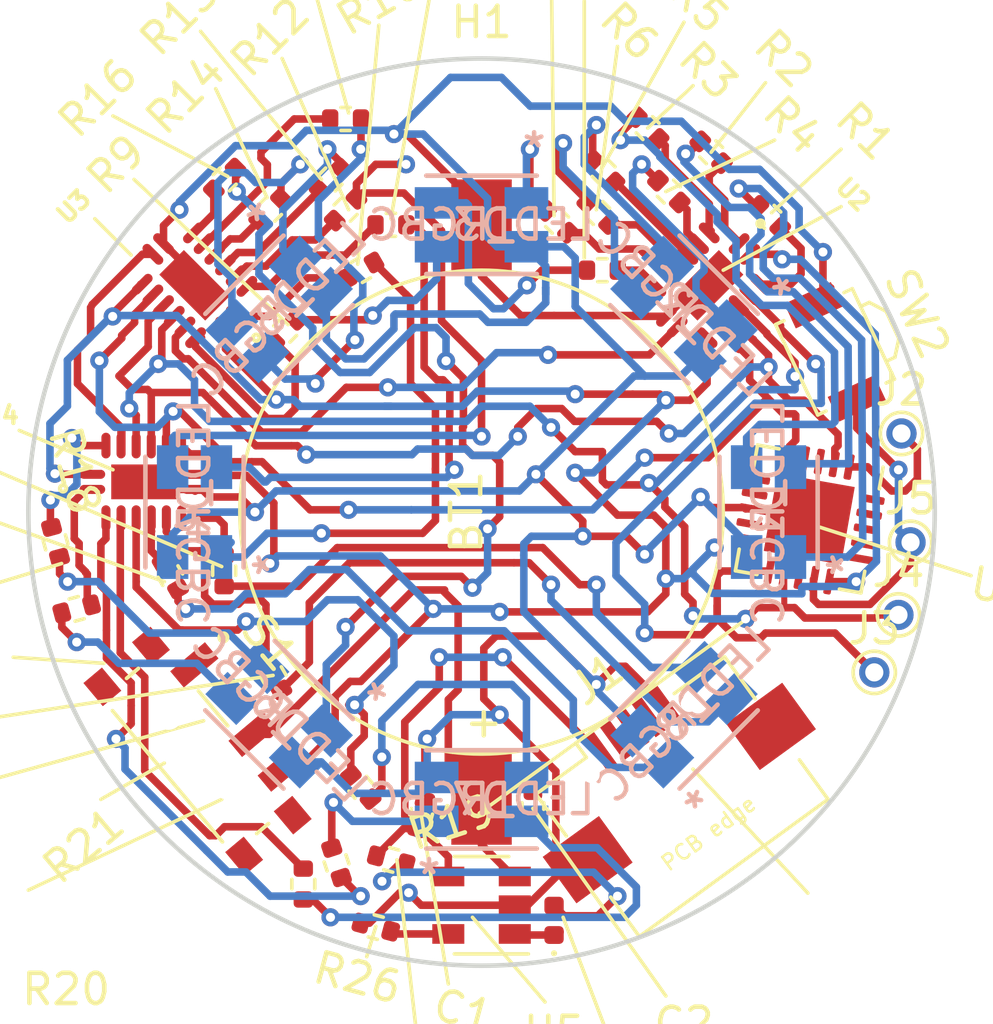
<source format=kicad_pcb>
(kicad_pcb (version 20171130) (host pcbnew "(5.1.9)-1")
  (layers (0 F.Cu signal) (31 B.Cu signal) (34 B.Paste user) (35 F.Paste user) (36 B.SilkS user hide) (37 F.SilkS user hide) (38 B.Mask user) (39 F.Mask user) (44 Edge.Cuts user))
  (net 0 "")
  (net 1 /GND)
  (net 2 "Net-(BT1-Pad1)")
  (net 3 "Net-(D1-Pad2)")
  (net 4 "Net-(D2-Pad2)")
  (net 5 "Net-(D3-Pad2)")
  (net 6 "Net-(D4-Pad2)")
  (net 7 "Net-(D5-Pad2)")
  (net 8 "Net-(D6-Pad2)")
  (net 9 "Net-(D7-Pad2)")
  (net 10 "Net-(D8-Pad2)")
  (net 11 /Vout)
  (net 12 "/(sck)")
  (net 13 "/enablePin(miso)")
  (net 14 "/dataPin(mosi)")
  (net 15 "/(reset)")
  (net 16 "Net-(R1-Pad1)")
  (net 17 "Net-(R2-Pad1)")
  (net 18 "Net-(R3-Pad1)")
  (net 19 "Net-(R4-Pad1)")
  (net 20 "Net-(R5-Pad1)")
  (net 21 "Net-(R6-Pad1)")
  (net 22 "Net-(R7-Pad1)")
  (net 23 "Net-(R8-Pad1)")
  (net 24 "Net-(R9-Pad1)")
  (net 25 "Net-(R10-Pad1)")
  (net 26 "Net-(R11-Pad1)")
  (net 27 "Net-(R12-Pad1)")
  (net 28 "Net-(R13-Pad1)")
  (net 29 "Net-(R14-Pad1)")
  (net 30 "Net-(R15-Pad1)")
  (net 31 "Net-(R16-Pad1)")
  (net 32 "Net-(R17-Pad1)")
  (net 33 "Net-(R18-Pad1)")
  (net 34 "Net-(R19-Pad1)")
  (net 35 "Net-(R20-Pad1)")
  (net 36 "Net-(R21-Pad1)")
  (net 37 "Net-(R22-Pad1)")
  (net 38 "Net-(R23-Pad1)")
  (net 39 "Net-(R24-Pad1)")
  (net 40 /clockPin)
  (net 41 /latchPin)
  (net 42 "Net-(U2-Pad9)")
  (net 43 "Net-(U3-Pad9)")
  (net 44 "Net-(C1-Pad1)")
  (net 45 "Net-(D25-Pad2)")
  (net 46 "Net-(D25-Pad1)")
  (net 47 "Net-(R26-Pad1)")
  (net 48 "Net-(J1-Pad6)")
  (net 49 "Net-(D1-Pad3)")
  (net 50 "Net-(D1-Pad1)")
  (net 51 "Net-(D2-Pad3)")
  (net 52 "Net-(D2-Pad1)")
  (net 53 "Net-(D3-Pad3)")
  (net 54 "Net-(D3-Pad1)")
  (net 55 "Net-(D4-Pad3)")
  (net 56 "Net-(D4-Pad1)")
  (net 57 "Net-(D5-Pad3)")
  (net 58 "Net-(D5-Pad1)")
  (net 59 "Net-(D6-Pad3)")
  (net 60 "Net-(D6-Pad1)")
  (net 61 "Net-(D7-Pad3)")
  (net 62 "Net-(D7-Pad1)")
  (net 63 "Net-(D8-Pad3)")
  (net 64 "Net-(D8-Pad1)")
  (module green_detect:LIR1632_SMD (layer F.Cu) (at 135 104 90)
    (fp_text reference BT1 (at 0 -0.5 90) (layer F.SilkS))
    (fp_text value LIR_1632)
    (fp_text user + (at -7 0 90) (layer F.SilkS))
    (pad 2 smd rect (at 9.5 0 90) (size 3 2) (layers F.Cu F.Paste F.Mask) (net 1 /GND))
    (pad 1 smd rect (at -9.5 0 90) (size 3 2) (layers F.Cu F.Paste F.Mask) (net 2 "Net-(BT1-Pad1)"))
  )
  (module green_detect:XZM2CRKM2DGFBB45SCCB (layer B.Cu) (at 141.7 110.7 45)
    (fp_text reference D8 (at 0 0 45) (layer B.SilkS) (effects (justify mirror)))
    (fp_text value LED_RGBC (at 0 0 45) (layer B.SilkS) (effects (justify mirror)))
    (fp_text user * (at -1.7399 2.5157 45) (layer B.SilkS) (effects (justify mirror)))
    (pad 2 smd rect (at 1.4859 0.725 45) (size 1.4478 1.0414) (layers B.Cu B.Paste B.Mask) (net 10 "Net-(D8-Pad2)"))
    (pad 3 smd rect (at 1.4859 -0.725 45) (size 1.4478 1.0414) (layers B.Cu B.Paste B.Mask) (net 63 "Net-(D8-Pad3)"))
    (pad 4 smd rect (at -1.4859 -0.725 45) (size 1.4478 1.0414) (layers B.Cu B.Paste B.Mask) (net 1 /GND))
    (pad 1 smd rect (at -1.4859 0.725 45) (size 1.4478 1.0414) (layers B.Cu B.Paste B.Mask) (net 64 "Net-(D8-Pad1)"))
  )
  (module green_detect:XZM2CRKM2DGFBB45SCCB (layer B.Cu) (at 135 113.5)
    (fp_text reference D7 (at 0 0) (layer B.SilkS) (effects (justify mirror)))
    (fp_text value LED_RGBC (at 0 0) (layer B.SilkS) (effects (justify mirror)))
    (fp_text user * (at -1.7399 2.5157) (layer B.SilkS) (effects (justify mirror)))
    (pad 2 smd rect (at 1.4859 0.725) (size 1.4478 1.0414) (layers B.Cu B.Paste B.Mask) (net 9 "Net-(D7-Pad2)"))
    (pad 3 smd rect (at 1.4859 -0.725) (size 1.4478 1.0414) (layers B.Cu B.Paste B.Mask) (net 61 "Net-(D7-Pad3)"))
    (pad 4 smd rect (at -1.4859 -0.725) (size 1.4478 1.0414) (layers B.Cu B.Paste B.Mask) (net 1 /GND))
    (pad 1 smd rect (at -1.4859 0.725) (size 1.4478 1.0414) (layers B.Cu B.Paste B.Mask) (net 62 "Net-(D7-Pad1)"))
  )
  (module green_detect:XZM2CRKM2DGFBB45SCCB (layer B.Cu) (at 128.3 110.7 135)
    (fp_text reference D6 (at 0 0 135) (layer B.SilkS) (effects (justify mirror)))
    (fp_text value LED_RGBC (at 0 0 135) (layer B.SilkS) (effects (justify mirror)))
    (fp_text user * (at -1.7399 2.5157 135) (layer B.SilkS) (effects (justify mirror)))
    (pad 2 smd rect (at 1.4859 0.725 135) (size 1.4478 1.0414) (layers B.Cu B.Paste B.Mask) (net 8 "Net-(D6-Pad2)"))
    (pad 3 smd rect (at 1.4859 -0.725 135) (size 1.4478 1.0414) (layers B.Cu B.Paste B.Mask) (net 59 "Net-(D6-Pad3)"))
    (pad 4 smd rect (at -1.4859 -0.725 135) (size 1.4478 1.0414) (layers B.Cu B.Paste B.Mask) (net 1 /GND))
    (pad 1 smd rect (at -1.4859 0.725 135) (size 1.4478 1.0414) (layers B.Cu B.Paste B.Mask) (net 60 "Net-(D6-Pad1)"))
  )
  (module green_detect:XZM2CRKM2DGFBB45SCCB (layer B.Cu) (at 128.3 97.3 225)
    (fp_text reference D5 (at 0 0 45) (layer B.SilkS) (effects (justify mirror)))
    (fp_text value LED_RGBC (at 0 0 45) (layer B.SilkS) (effects (justify mirror)))
    (fp_text user * (at -1.7399 2.5157 45) (layer B.SilkS) (effects (justify mirror)))
    (pad 2 smd rect (at 1.4859 0.725 225) (size 1.4478 1.0414) (layers B.Cu B.Paste B.Mask) (net 7 "Net-(D5-Pad2)"))
    (pad 3 smd rect (at 1.4859 -0.725 225) (size 1.4478 1.0414) (layers B.Cu B.Paste B.Mask) (net 57 "Net-(D5-Pad3)"))
    (pad 4 smd rect (at -1.4859 -0.725 225) (size 1.4478 1.0414) (layers B.Cu B.Paste B.Mask) (net 1 /GND))
    (pad 1 smd rect (at -1.4859 0.725 225) (size 1.4478 1.0414) (layers B.Cu B.Paste B.Mask) (net 58 "Net-(D5-Pad1)"))
  )
  (module green_detect:XZM2CRKM2DGFBB45SCCB (layer B.Cu) (at 125.5 104 90)
    (fp_text reference D4 (at 0 0 90) (layer B.SilkS) (effects (justify mirror)))
    (fp_text value LED_RGBC (at 0 0 90) (layer B.SilkS) (effects (justify mirror)))
    (fp_text user * (at -1.7399 2.5157 90) (layer B.SilkS) (effects (justify mirror)))
    (pad 2 smd rect (at 1.4859 0.725 90) (size 1.4478 1.0414) (layers B.Cu B.Paste B.Mask) (net 6 "Net-(D4-Pad2)"))
    (pad 3 smd rect (at 1.4859 -0.725 90) (size 1.4478 1.0414) (layers B.Cu B.Paste B.Mask) (net 55 "Net-(D4-Pad3)"))
    (pad 4 smd rect (at -1.4859 -0.725 90) (size 1.4478 1.0414) (layers B.Cu B.Paste B.Mask) (net 1 /GND))
    (pad 1 smd rect (at -1.4859 0.725 90) (size 1.4478 1.0414) (layers B.Cu B.Paste B.Mask) (net 56 "Net-(D4-Pad1)"))
  )
  (module green_detect:XZM2CRKM2DGFBB45SCCB (layer B.Cu) (at 135 94.5 180)
    (fp_text reference D3 (at 0 0) (layer B.SilkS) (effects (justify mirror)))
    (fp_text value LED_RGBC (at 0 0) (layer B.SilkS) (effects (justify mirror)))
    (fp_text user * (at -1.7399 2.5157) (layer B.SilkS) (effects (justify mirror)))
    (pad 2 smd rect (at 1.4859 0.725 180) (size 1.4478 1.0414) (layers B.Cu B.Paste B.Mask) (net 5 "Net-(D3-Pad2)"))
    (pad 3 smd rect (at 1.4859 -0.725 180) (size 1.4478 1.0414) (layers B.Cu B.Paste B.Mask) (net 53 "Net-(D3-Pad3)"))
    (pad 4 smd rect (at -1.4859 -0.725 180) (size 1.4478 1.0414) (layers B.Cu B.Paste B.Mask) (net 1 /GND))
    (pad 1 smd rect (at -1.4859 0.725 180) (size 1.4478 1.0414) (layers B.Cu B.Paste B.Mask) (net 54 "Net-(D3-Pad1)"))
  )
  (module green_detect:XZM2CRKM2DGFBB45SCCB (layer B.Cu) (at 141.7 97.3 135)
    (fp_text reference D2 (at 0 0 135) (layer B.SilkS) (effects (justify mirror)))
    (fp_text value LED_RGBC (at 0 0 135) (layer B.SilkS) (effects (justify mirror)))
    (fp_text user * (at -1.7399 2.5157 135) (layer B.SilkS) (effects (justify mirror)))
    (pad 2 smd rect (at 1.4859 0.725 135) (size 1.4478 1.0414) (layers B.Cu B.Paste B.Mask) (net 4 "Net-(D2-Pad2)"))
    (pad 3 smd rect (at 1.4859 -0.725 135) (size 1.4478 1.0414) (layers B.Cu B.Paste B.Mask) (net 51 "Net-(D2-Pad3)"))
    (pad 4 smd rect (at -1.4859 -0.725 135) (size 1.4478 1.0414) (layers B.Cu B.Paste B.Mask) (net 1 /GND))
    (pad 1 smd rect (at -1.4859 0.725 135) (size 1.4478 1.0414) (layers B.Cu B.Paste B.Mask) (net 52 "Net-(D2-Pad1)"))
  )
  (module green_detect:XZM2CRKM2DGFBB45SCCB (layer B.Cu) (at 144.5 104 90)
    (fp_text reference D1 (at 0 0 90) (layer B.SilkS) (effects (justify mirror)))
    (fp_text value LED_RGBC (at 0 0 90) (layer B.SilkS) (effects (justify mirror)))
    (fp_text user * (at -1.7399 2.5157 90) (layer B.SilkS) (effects (justify mirror)))
    (pad 2 smd rect (at 1.4859 0.725 90) (size 1.4478 1.0414) (layers B.Cu B.Paste B.Mask) (net 3 "Net-(D1-Pad2)"))
    (pad 3 smd rect (at 1.4859 -0.725 90) (size 1.4478 1.0414) (layers B.Cu B.Paste B.Mask) (net 49 "Net-(D1-Pad3)"))
    (pad 4 smd rect (at -1.4859 -0.725 90) (size 1.4478 1.0414) (layers B.Cu B.Paste B.Mask) (net 1 /GND))
    (pad 1 smd rect (at -1.4859 0.725 90) (size 1.4478 1.0414) (layers B.Cu B.Paste B.Mask) (net 50 "Net-(D1-Pad1)"))
  )
  (module green_detect:SW_EG1215AA (layer F.Cu) (at 125.6 111.9 310)
    (fp_text reference S1 (at -1.225 -4.131 130) (layer F.SilkS))
    (fp_text value EG1215AA)
    (pad None np_thru_hole circle (at 1.5 0 310) (size 0.9 0.9) (drill 0.9) (layers *.Cu *.Mask))
    (pad None np_thru_hole circle (at -1.5 0 310) (size 0.9 0.9) (drill 0.9) (layers *.Cu *.Mask))
    (pad S3 smd rect (at 3.65 1.05 310) (size 1 0.8) (layers F.Cu F.Paste F.Mask))
    (pad S4 smd rect (at 3.65 -1.05 310) (size 1 0.8) (layers F.Cu F.Paste F.Mask))
    (pad S2 smd rect (at -3.65 1.05 310) (size 1 0.8) (layers F.Cu F.Paste F.Mask))
    (pad S1 smd rect (at -3.65 -1.05 310) (size 1 0.8) (layers F.Cu F.Paste F.Mask))
    (pad 3 smd rect (at 2.25 -1.75 310) (size 0.7 1.5) (layers F.Cu F.Paste F.Mask) (net 11 /Vout))
    (pad 2 smd rect (at 0.75 -1.75 310) (size 0.7 1.5) (layers F.Cu F.Paste F.Mask) (net 2 "Net-(BT1-Pad1)"))
    (pad 1 smd rect (at -2.25 -1.75 310) (size 0.7 1.5) (layers F.Cu F.Paste F.Mask))
  )
  (module green_detect:TestPoint_THTPad_D1.0mm_Drill0.6mm (layer F.Cu) (at 149.2 105)
    (fp_text reference J5 (at 0 -1.448) (layer F.SilkS))
    (fp_text value Conn_01x01)
    (pad 1 thru_hole circle (at 0 0) (size 1 1) (drill 0.6) (layers *.Cu *.Mask) (net 12 "/(sck)"))
  )
  (module green_detect:TestPoint_THTPad_D1.0mm_Drill0.6mm (layer F.Cu) (at 148.8 107.4)
    (fp_text reference J4 (at 0 -1.448) (layer F.SilkS))
    (fp_text value Conn_01x01)
    (pad 1 thru_hole circle (at 0 0) (size 1 1) (drill 0.6) (layers *.Cu *.Mask) (net 13 "/enablePin(miso)"))
  )
  (module green_detect:TestPoint_THTPad_D1.0mm_Drill0.6mm (layer F.Cu) (at 148 109.3)
    (fp_text reference J3 (at 0 -1.448) (layer F.SilkS))
    (fp_text value Conn_01x01)
    (pad 1 thru_hole circle (at 0 0) (size 1 1) (drill 0.6) (layers *.Cu *.Mask) (net 14 "/dataPin(mosi)"))
  )
  (module green_detect:TestPoint_THTPad_D1.0mm_Drill0.6mm (layer F.Cu) (at 148.9 101.4)
    (fp_text reference J2 (at 0 -1.448) (layer F.SilkS))
    (fp_text value Conn_01x01)
    (pad 1 thru_hole circle (at 0 0) (size 1 1) (drill 0.6) (layers *.Cu *.Mask) (net 15 "/(reset)"))
  )
  (module green_detect:USB_Micro-B_Amphenol_10104110_Horizontal (layer F.Cu) (at 140.9 112.4 36)
    (fp_text reference J1 (at 0 -3.55 36) (layer F.SilkS))
    (fp_text value USB_B_Micro)
    (fp_text user "PCB edge" (at -0.000001 2.75 36) (layer F.SilkS) (effects (font (size 0.5 0.5) (thickness 0.08))))
    (pad "" np_thru_hole circle (at 2 -1.1 36) (size 0.55 0.55) (drill 0.55) (layers *.Cu *.Mask))
    (pad "" np_thru_hole circle (at -2 -1.1 36) (size 0.55 0.55) (drill 0.55) (layers *.Cu *.Mask))
    (pad 1 smd rect (at -1.3 -1.55 36) (size 0.4 1.4) (layers F.Cu F.Paste F.Mask) (net 44 "Net-(C1-Pad1)"))
    (pad 2 smd rect (at -0.65 -1.55 36) (size 0.4 1.4) (layers F.Cu F.Paste F.Mask))
    (pad 3 smd rect (at 0 -1.55 36) (size 0.4 1.4) (layers F.Cu F.Paste F.Mask))
    (pad 4 smd rect (at 0.65 -1.55 36) (size 0.4 1.4) (layers F.Cu F.Paste F.Mask))
    (pad 5 smd rect (at 1.3 -1.55 36) (size 0.4 1.4) (layers F.Cu F.Paste F.Mask) (net 1 /GND))
    (pad 6 smd rect (at -3.75 1.1 36) (size 2.3 1.9) (layers F.Cu F.Paste F.Mask) (net 48 "Net-(J1-Pad6)"))
    (pad 6 smd rect (at 3.75 1.1 36) (size 2.3 1.9) (layers F.Cu F.Paste F.Mask) (net 48 "Net-(J1-Pad6)"))
  )
  (module green_detect:SW_SPST_B3U-3000P (layer F.Cu) (at 146.7 98.7 295)
    (fp_text reference SW2 (at 0 -3 115) (layer F.SilkS))
    (fp_text value SW_Push)
    (pad 2 smd rect (at 1.7 0 295) (size 0.9 1.7) (layers F.Cu F.Paste F.Mask) (net 12 "/(sck)"))
    (pad 1 smd rect (at -1.7 0 295) (size 0.9 1.7) (layers F.Cu F.Paste F.Mask) (net 1 /GND))
  )
  (module Resistor_SMD:R_0402_1005Metric (layer F.Cu) (at 121.6 107.2 195)
    (fp_text reference R18 (at -1.124847 4.42981 285) (layer F.SilkS))
    (fp_text value 330)
    (pad 2 smd roundrect (at 0.51 0 195) (size 0.54 0.64) (layers F.Cu F.Paste F.Mask) (net 59 "Net-(D6-Pad3)"))
    (pad 1 smd roundrect (at -0.51 0 195) (size 0.54 0.64) (layers F.Cu F.Paste F.Mask) (net 33 "Net-(R18-Pad1)"))
  )
  (module Resistor_SMD:R_0402_1005Metric (layer F.Cu) (at 120.9 105 285)
    (fp_text reference R17 (at 0.030202 3.828262 195) (layer F.SilkS))
    (fp_text value 330)
    (pad 2 smd roundrect (at 0.51 0 285) (size 0.54 0.64) (layers F.Cu F.Paste F.Mask) (net 8 "Net-(D6-Pad2)"))
    (pad 1 smd roundrect (at -0.51 0 285) (size 0.54 0.64) (layers F.Cu F.Paste F.Mask) (net 32 "Net-(R17-Pad1)"))
  )
  (module green_detect:DHVQFN16 (layer F.Cu) (at 142.5 96.5 225)
    (fp_text reference U2 (at -5.515433 -1.272792 135) (layer F.SilkS) (effects (font (size 0.56514 0.56514))))
    (fp_text value 74HC595)
    (pad 17 smd rect (at 0 0 225) (size 2.15 1.15) (layers F.Cu F.Mask) (net 1 /GND))
    (pad 1 smd oval (at -1.7 0.25 225) (size 0.85 0.3) (layers F.Cu F.Paste F.Mask) (net 17 "Net-(R2-Pad1)"))
    (pad 16 smd oval (at -1.7 -0.25 225) (size 0.85 0.3) (layers F.Cu F.Paste F.Mask) (net 11 /Vout))
    (pad 15 smd oval (at -1.25 -1.2 225) (size 0.3 0.85) (layers F.Cu F.Paste F.Mask) (net 16 "Net-(R1-Pad1)"))
    (pad 14 smd oval (at -0.75 -1.2 225) (size 0.3 0.85) (layers F.Cu F.Paste F.Mask) (net 14 "/dataPin(mosi)"))
    (pad 13 smd oval (at -0.25 -1.2 225) (size 0.3 0.85) (layers F.Cu F.Paste F.Mask) (net 13 "/enablePin(miso)"))
    (pad 12 smd oval (at 0.25 -1.2 225) (size 0.3 0.85) (layers F.Cu F.Paste F.Mask) (net 41 /latchPin))
    (pad 11 smd oval (at 0.75 -1.2 225) (size 0.3 0.85) (layers F.Cu F.Paste F.Mask) (net 40 /clockPin))
    (pad 10 smd oval (at 1.25 -1.2 225) (size 0.3 0.85) (layers F.Cu F.Paste F.Mask) (net 11 /Vout))
    (pad 9 smd oval (at 1.7 -0.25 225) (size 0.85 0.3) (layers F.Cu F.Paste F.Mask) (net 42 "Net-(U2-Pad9)"))
    (pad 8 smd oval (at 1.7 0.25 225) (size 0.85 0.3) (layers F.Cu F.Paste F.Mask) (net 1 /GND))
    (pad 7 smd oval (at 1.25 1.2 225) (size 0.3 0.85) (layers F.Cu F.Paste F.Mask) (net 23 "Net-(R8-Pad1)"))
    (pad 6 smd oval (at 0.75 1.2 225) (size 0.3 0.85) (layers F.Cu F.Paste F.Mask) (net 22 "Net-(R7-Pad1)"))
    (pad 5 smd oval (at 0.25 1.2 225) (size 0.3 0.85) (layers F.Cu F.Paste F.Mask) (net 21 "Net-(R6-Pad1)"))
    (pad 4 smd oval (at -0.25 1.2 225) (size 0.3 0.85) (layers F.Cu F.Paste F.Mask) (net 20 "Net-(R5-Pad1)"))
    (pad 3 smd oval (at -0.75 1.2 225) (size 0.3 0.85) (layers F.Cu F.Paste F.Mask) (net 19 "Net-(R4-Pad1)"))
    (pad 2 smd oval (at -1.25 1.2 225) (size 0.3 0.85) (layers F.Cu F.Paste F.Mask) (net 18 "Net-(R3-Pad1)"))
  )
  (module green_detect:DHVQFN16 (layer F.Cu) (at 123.818198 103)
    (fp_text reference U4 (at -4.718198 -2.2 180) (layer F.SilkS) (effects (font (size 0.56514 0.56514))))
    (fp_text value 74HC595)
    (pad 17 smd rect (at 0 0) (size 2.15 1.15) (layers F.Cu F.Mask) (net 1 /GND))
    (pad 1 smd oval (at -1.7 0.25) (size 0.85 0.3) (layers F.Cu F.Paste F.Mask) (net 33 "Net-(R18-Pad1)"))
    (pad 16 smd oval (at -1.7 -0.25) (size 0.85 0.3) (layers F.Cu F.Paste F.Mask) (net 11 /Vout))
    (pad 15 smd oval (at -1.25 -1.2) (size 0.3 0.85) (layers F.Cu F.Paste F.Mask) (net 32 "Net-(R17-Pad1)"))
    (pad 14 smd oval (at -0.75 -1.2) (size 0.3 0.85) (layers F.Cu F.Paste F.Mask) (net 43 "Net-(U3-Pad9)"))
    (pad 13 smd oval (at -0.25 -1.2) (size 0.3 0.85) (layers F.Cu F.Paste F.Mask) (net 13 "/enablePin(miso)"))
    (pad 12 smd oval (at 0.25 -1.2) (size 0.3 0.85) (layers F.Cu F.Paste F.Mask) (net 41 /latchPin))
    (pad 11 smd oval (at 0.75 -1.2) (size 0.3 0.85) (layers F.Cu F.Paste F.Mask) (net 40 /clockPin))
    (pad 10 smd oval (at 1.25 -1.2) (size 0.3 0.85) (layers F.Cu F.Paste F.Mask) (net 11 /Vout))
    (pad 9 smd oval (at 1.7 -0.25) (size 0.85 0.3) (layers F.Cu F.Paste F.Mask))
    (pad 8 smd oval (at 1.7 0.25) (size 0.85 0.3) (layers F.Cu F.Paste F.Mask) (net 1 /GND))
    (pad 7 smd oval (at 1.25 1.2) (size 0.3 0.85) (layers F.Cu F.Paste F.Mask) (net 39 "Net-(R24-Pad1)"))
    (pad 6 smd oval (at 0.75 1.2) (size 0.3 0.85) (layers F.Cu F.Paste F.Mask) (net 38 "Net-(R23-Pad1)"))
    (pad 5 smd oval (at 0.25 1.2) (size 0.3 0.85) (layers F.Cu F.Paste F.Mask) (net 37 "Net-(R22-Pad1)"))
    (pad 4 smd oval (at -0.25 1.2) (size 0.3 0.85) (layers F.Cu F.Paste F.Mask) (net 36 "Net-(R21-Pad1)"))
    (pad 3 smd oval (at -0.75 1.2) (size 0.3 0.85) (layers F.Cu F.Paste F.Mask) (net 35 "Net-(R20-Pad1)"))
    (pad 2 smd oval (at -1.25 1.2) (size 0.3 0.85) (layers F.Cu F.Paste F.Mask) (net 34 "Net-(R19-Pad1)"))
  )
  (module green_detect:DHVQFN16 (layer F.Cu) (at 125.5 96.5 135)
    (fp_text reference U3 (at 4.666905 -0.989949 225) (layer F.SilkS) (effects (font (size 0.56514 0.56514))))
    (fp_text value 74HC595)
    (pad 17 smd rect (at 0 0 135) (size 2.15 1.15) (layers F.Cu F.Mask) (net 1 /GND))
    (pad 1 smd oval (at -1.7 0.25 135) (size 0.85 0.3) (layers F.Cu F.Paste F.Mask) (net 25 "Net-(R10-Pad1)"))
    (pad 16 smd oval (at -1.7 -0.25 135) (size 0.85 0.3) (layers F.Cu F.Paste F.Mask) (net 11 /Vout))
    (pad 15 smd oval (at -1.25 -1.2 135) (size 0.3 0.85) (layers F.Cu F.Paste F.Mask) (net 24 "Net-(R9-Pad1)"))
    (pad 14 smd oval (at -0.75 -1.2 135) (size 0.3 0.85) (layers F.Cu F.Paste F.Mask) (net 42 "Net-(U2-Pad9)"))
    (pad 13 smd oval (at -0.25 -1.2 135) (size 0.3 0.85) (layers F.Cu F.Paste F.Mask) (net 13 "/enablePin(miso)"))
    (pad 12 smd oval (at 0.25 -1.2 135) (size 0.3 0.85) (layers F.Cu F.Paste F.Mask) (net 41 /latchPin))
    (pad 11 smd oval (at 0.75 -1.2 135) (size 0.3 0.85) (layers F.Cu F.Paste F.Mask) (net 40 /clockPin))
    (pad 10 smd oval (at 1.25 -1.2 135) (size 0.3 0.85) (layers F.Cu F.Paste F.Mask) (net 11 /Vout))
    (pad 9 smd oval (at 1.7 -0.25 135) (size 0.85 0.3) (layers F.Cu F.Paste F.Mask) (net 43 "Net-(U3-Pad9)"))
    (pad 8 smd oval (at 1.7 0.25 135) (size 0.85 0.3) (layers F.Cu F.Paste F.Mask) (net 1 /GND))
    (pad 7 smd oval (at 1.25 1.2 135) (size 0.3 0.85) (layers F.Cu F.Paste F.Mask) (net 31 "Net-(R16-Pad1)"))
    (pad 6 smd oval (at 0.75 1.2 135) (size 0.3 0.85) (layers F.Cu F.Paste F.Mask) (net 30 "Net-(R15-Pad1)"))
    (pad 5 smd oval (at 0.25 1.2 135) (size 0.3 0.85) (layers F.Cu F.Paste F.Mask) (net 29 "Net-(R14-Pad1)"))
    (pad 4 smd oval (at -0.25 1.2 135) (size 0.3 0.85) (layers F.Cu F.Paste F.Mask) (net 28 "Net-(R13-Pad1)"))
    (pad 3 smd oval (at -0.75 1.2 135) (size 0.3 0.85) (layers F.Cu F.Paste F.Mask) (net 27 "Net-(R12-Pad1)"))
    (pad 2 smd oval (at -1.25 1.2 135) (size 0.3 0.85) (layers F.Cu F.Paste F.Mask) (net 26 "Net-(R11-Pad1)"))
  )
  (module Package_DFN_QFN:QFN-20-1EP_4x4mm_P0.5mm_EP2.6x2.6mm (layer F.Cu) (at 145.847004 104.227254 260)
    (fp_text reference U1 (at 1.135032 -6.651138 170) (layer F.SilkS))
    (fp_text value ATtiny85-20MU)
    (pad 21 smd rect (at 0 0 260) (size 2.6 2.6) (layers F.Cu F.Mask) (net 1 /GND))
    (pad 20 smd roundrect (at -1 -1.925 260) (size 0.25 0.85) (layers F.Cu F.Paste F.Mask))
    (pad 19 smd roundrect (at -0.5 -1.925 260) (size 0.25 0.85) (layers F.Cu F.Paste F.Mask))
    (pad 18 smd roundrect (at 0 -1.925 260) (size 0.25 0.85) (layers F.Cu F.Paste F.Mask))
    (pad 17 smd roundrect (at 0.5 -1.925 260) (size 0.25 0.85) (layers F.Cu F.Paste F.Mask))
    (pad 16 smd roundrect (at 1 -1.925 260) (size 0.25 0.85) (layers F.Cu F.Paste F.Mask))
    (pad 15 smd roundrect (at 1.925 -1 260) (size 0.85 0.25) (layers F.Cu F.Paste F.Mask) (net 11 /Vout))
    (pad 14 smd roundrect (at 1.925 -0.5 260) (size 0.85 0.25) (layers F.Cu F.Paste F.Mask) (net 12 "/(sck)"))
    (pad 13 smd roundrect (at 1.925 0 260) (size 0.85 0.25) (layers F.Cu F.Paste F.Mask))
    (pad 12 smd roundrect (at 1.925 0.5 260) (size 0.85 0.25) (layers F.Cu F.Paste F.Mask) (net 13 "/enablePin(miso)"))
    (pad 11 smd roundrect (at 1.925 1 260) (size 0.85 0.25) (layers F.Cu F.Paste F.Mask) (net 14 "/dataPin(mosi)"))
    (pad 10 smd roundrect (at 1 1.925 260) (size 0.25 0.85) (layers F.Cu F.Paste F.Mask))
    (pad 9 smd roundrect (at 0.5 1.925 260) (size 0.25 0.85) (layers F.Cu F.Paste F.Mask))
    (pad 8 smd roundrect (at 0 1.925 260) (size 0.25 0.85) (layers F.Cu F.Paste F.Mask) (net 1 /GND))
    (pad 7 smd roundrect (at -0.5 1.925 260) (size 0.25 0.85) (layers F.Cu F.Paste F.Mask))
    (pad 6 smd roundrect (at -1 1.925 260) (size 0.25 0.85) (layers F.Cu F.Paste F.Mask))
    (pad 5 smd roundrect (at -1.925 1 260) (size 0.85 0.25) (layers F.Cu F.Paste F.Mask) (net 40 /clockPin))
    (pad 4 smd roundrect (at -1.925 0.5 260) (size 0.85 0.25) (layers F.Cu F.Paste F.Mask))
    (pad 3 smd roundrect (at -1.925 0 260) (size 0.85 0.25) (layers F.Cu F.Paste F.Mask))
    (pad 2 smd roundrect (at -1.925 -0.5 260) (size 0.85 0.25) (layers F.Cu F.Paste F.Mask) (net 41 /latchPin))
    (pad 1 smd roundrect (at -1.925 -1 260) (size 0.85 0.25) (layers F.Cu F.Paste F.Mask) (net 15 "/(reset)"))
  )
  (module Resistor_SMD:R_0402_1005Metric (layer F.Cu) (at 131.5 117.724002 165)
    (fp_text reference R26 (at 0.145775 -1.774181 165) (layer F.SilkS))
    (fp_text value 33K)
    (pad 2 smd roundrect (at 0.51 0 165) (size 0.54 0.64) (layers F.Cu F.Paste F.Mask) (net 1 /GND))
    (pad 1 smd roundrect (at -0.51 0 165) (size 0.54 0.64) (layers F.Cu F.Paste F.Mask) (net 47 "Net-(R26-Pad1)"))
  )
  (module Resistor_SMD:R_0402_1005Metric (layer F.Cu) (at 132.01 115.5 345)
    (fp_text reference R25 (at 2.497169 6.267236 165) (layer F.SilkS))
    (fp_text value 470)
    (pad 2 smd roundrect (at 0.51 0 345) (size 0.54 0.64) (layers F.Cu F.Paste F.Mask) (net 45 "Net-(D25-Pad2)"))
    (pad 1 smd roundrect (at -0.51 0 345) (size 0.54 0.64) (layers F.Cu F.Paste F.Mask) (net 44 "Net-(C1-Pad1)"))
  )
  (module Resistor_SMD:R_0402_1005Metric (layer F.Cu) (at 126.48 105.94 270)
    (fp_text reference R24 (at -4.14 10.18 180) (layer F.SilkS))
    (fp_text value 330)
    (pad 2 smd roundrect (at 0.51 0 270) (size 0.54 0.64) (layers F.Cu F.Paste F.Mask) (net 63 "Net-(D8-Pad3)"))
    (pad 1 smd roundrect (at -0.51 0 270) (size 0.54 0.64) (layers F.Cu F.Paste F.Mask) (net 39 "Net-(R24-Pad1)"))
  )
  (module Resistor_SMD:R_0402_1005Metric (layer F.Cu) (at 128.12 109.44 300)
    (fp_text reference R23 (at -4.529578 12.765458 210) (layer F.SilkS))
    (fp_text value 330)
    (pad 2 smd roundrect (at 0.51 0 300) (size 0.54 0.64) (layers F.Cu F.Paste F.Mask) (net 10 "Net-(D8-Pad2)"))
    (pad 1 smd roundrect (at -0.51 0 300) (size 0.54 0.64) (layers F.Cu F.Paste F.Mask) (net 38 "Net-(R23-Pad1)"))
  )
  (module Resistor_SMD:R_0402_1005Metric (layer F.Cu) (at 124.7 106.1 300)
    (fp_text reference R22 (at -2.29 7.23 210) (layer F.SilkS))
    (fp_text value 330)
    (pad 2 smd roundrect (at 0.51 0 300) (size 0.54 0.64) (layers F.Cu F.Paste F.Mask) (net 64 "Net-(D8-Pad1)"))
    (pad 1 smd roundrect (at -0.51 0 300) (size 0.54 0.64) (layers F.Cu F.Paste F.Mask) (net 37 "Net-(R22-Pad1)"))
  )
  (module Resistor_SMD:R_0402_1005Metric (layer F.Cu) (at 131 113.1 310)
    (fp_text reference R21 (at -4.419417 8.266078 220) (layer F.SilkS))
    (fp_text value 330)
    (pad 2 smd roundrect (at 0.51 0 310) (size 0.54 0.64) (layers F.Cu F.Paste F.Mask) (net 61 "Net-(D7-Pad3)"))
    (pad 1 smd roundrect (at -0.51 0 310) (size 0.54 0.64) (layers F.Cu F.Paste F.Mask) (net 36 "Net-(R21-Pad1)"))
  )
  (module Resistor_SMD:R_0402_1005Metric (layer F.Cu) (at 129.1 116.3 270)
    (fp_text reference R20 (at 3.48 7.85 180) (layer F.SilkS))
    (fp_text value 330)
    (pad 2 smd roundrect (at 0.51 0 270) (size 0.54 0.64) (layers F.Cu F.Paste F.Mask) (net 9 "Net-(D7-Pad2)"))
    (pad 1 smd roundrect (at -0.51 0 270) (size 0.54 0.64) (layers F.Cu F.Paste F.Mask) (net 35 "Net-(R20-Pad1)"))
  )
  (module Resistor_SMD:R_0402_1005Metric (layer F.Cu) (at 130.2 115.6 108)
    (fp_text reference R19 (at 0.102314 4.042788 198) (layer F.SilkS))
    (fp_text value 330)
    (pad 2 smd roundrect (at 0.51 0 108) (size 0.54 0.64) (layers F.Cu F.Paste F.Mask) (net 62 "Net-(D7-Pad1)"))
    (pad 1 smd roundrect (at -0.51 0 108) (size 0.54 0.64) (layers F.Cu F.Paste F.Mask) (net 34 "Net-(R19-Pad1)"))
  )
  (module Resistor_SMD:R_0402_1005Metric (layer F.Cu) (at 126.5 93 45)
    (fp_text reference R16 (at -1.06066 -4.879037 45) (layer F.SilkS))
    (fp_text value 330)
    (pad 2 smd roundrect (at 0.51 0 45) (size 0.54 0.64) (layers F.Cu F.Paste F.Mask) (net 60 "Net-(D6-Pad1)"))
    (pad 1 smd roundrect (at -0.51 0 45) (size 0.54 0.64) (layers F.Cu F.Paste F.Mask) (net 31 "Net-(R16-Pad1)"))
  )
  (module Resistor_SMD:R_0402_1005Metric (layer F.Cu) (at 130.5 91)
    (fp_text reference R15 (at -1.2 -5.9) (layer F.SilkS))
    (fp_text value 330)
    (pad 2 smd roundrect (at 0.51 0) (size 0.54 0.64) (layers F.Cu F.Paste F.Mask) (net 57 "Net-(D5-Pad3)"))
    (pad 1 smd roundrect (at -0.51 0) (size 0.54 0.64) (layers F.Cu F.Paste F.Mask) (net 30 "Net-(R15-Pad1)"))
  )
  (module Resistor_SMD:R_0402_1005Metric (layer F.Cu) (at 128 94 45)
    (fp_text reference R14 (at 0.707107 -4.666905 45) (layer F.SilkS))
    (fp_text value 330)
    (pad 2 smd roundrect (at 0.51 0 45) (size 0.54 0.64) (layers F.Cu F.Paste F.Mask) (net 7 "Net-(D5-Pad2)"))
    (pad 1 smd roundrect (at -0.51 0 45) (size 0.54 0.64) (layers F.Cu F.Paste F.Mask) (net 29 "Net-(R14-Pad1)"))
  )
  (module Resistor_SMD:R_0402_1005Metric (layer F.Cu) (at 130 93 45)
    (fp_text reference R13 (at 0.282843 -7.353911 45) (layer F.SilkS))
    (fp_text value 330)
    (pad 2 smd roundrect (at 0.51 0 45) (size 0.54 0.64) (layers F.Cu F.Paste F.Mask) (net 58 "Net-(D5-Pad1)"))
    (pad 1 smd roundrect (at -0.51 0 45) (size 0.54 0.64) (layers F.Cu F.Paste F.Mask) (net 28 "Net-(R13-Pad1)"))
  )
  (module Resistor_SMD:R_0402_1005Metric (layer F.Cu) (at 130.5 94 45)
    (fp_text reference R12 (at 2.262742 -5.798276 45) (layer F.SilkS))
    (fp_text value 330)
    (pad 2 smd roundrect (at 0.51 0 45) (size 0.54 0.64) (layers F.Cu F.Paste F.Mask) (net 55 "Net-(D4-Pad3)"))
    (pad 1 smd roundrect (at -0.51 0 45) (size 0.54 0.64) (layers F.Cu F.Paste F.Mask) (net 27 "Net-(R12-Pad1)"))
  )
  (module Resistor_SMD:R_0402_1005Metric (layer F.Cu) (at 132 94.5)
    (fp_text reference R11 (at 1.7 -9.6) (layer F.SilkS))
    (fp_text value 330)
    (pad 2 smd roundrect (at 0.51 0) (size 0.54 0.64) (layers F.Cu F.Paste F.Mask) (net 6 "Net-(D4-Pad2)"))
    (pad 1 smd roundrect (at -0.51 0) (size 0.54 0.64) (layers F.Cu F.Paste F.Mask) (net 26 "Net-(R11-Pad1)"))
  )
  (module Resistor_SMD:R_0402_1005Metric (layer F.Cu) (at 131 96 30)
    (fp_text reference R10 (at 4.969615 -7.407626 30) (layer F.SilkS))
    (fp_text value 330)
    (pad 1 smd roundrect (at -0.51 0 30) (size 0.54 0.64) (layers F.Cu F.Paste F.Mask) (net 25 "Net-(R10-Pad1)"))
    (pad 2 smd roundrect (at 0.51 0 30) (size 0.54 0.64) (layers F.Cu F.Paste F.Mask) (net 56 "Net-(D4-Pad1)"))
  )
  (module Resistor_SMD:R_0402_1005Metric (layer F.Cu) (at 128.5 98 45)
    (fp_text reference R9 (at -0.070711 -7.848885 45) (layer F.SilkS))
    (fp_text value 330)
    (pad 2 smd roundrect (at 0.51 0 45) (size 0.54 0.64) (layers F.Cu F.Paste F.Mask) (net 53 "Net-(D3-Pad3)"))
    (pad 1 smd roundrect (at -0.51 0 45) (size 0.54 0.64) (layers F.Cu F.Paste F.Mask) (net 24 "Net-(R9-Pad1)"))
  )
  (module Resistor_SMD:R_0402_1005Metric (layer F.Cu) (at 139 96 180)
    (fp_text reference R8 (at 0.6 9.7) (layer F.SilkS))
    (fp_text value 330)
    (pad 2 smd roundrect (at 0.51 0 180) (size 0.54 0.64) (layers F.Cu F.Paste F.Mask) (net 5 "Net-(D3-Pad2)"))
    (pad 1 smd roundrect (at -0.51 0 180) (size 0.54 0.64) (layers F.Cu F.Paste F.Mask) (net 23 "Net-(R8-Pad1)"))
  )
  (module Resistor_SMD:R_0402_1005Metric (layer F.Cu) (at 137.5 94.4 135)
    (fp_text reference R7 (at 7.2832 7.424621 135) (layer F.SilkS))
    (fp_text value 330)
    (pad 2 smd roundrect (at 0.51 0 135) (size 0.54 0.64) (layers F.Cu F.Paste F.Mask) (net 54 "Net-(D3-Pad1)"))
    (pad 1 smd roundrect (at -0.51 0 135) (size 0.54 0.64) (layers F.Cu F.Paste F.Mask) (net 22 "Net-(R7-Pad1)"))
  )
  (module Resistor_SMD:R_0402_1005Metric (layer F.Cu) (at 138.860624 94.110624 135)
    (fp_text reference R6 (at 3.515203 4.985103 135) (layer F.SilkS))
    (fp_text value 330)
    (pad 2 smd roundrect (at 0.51 0 135) (size 0.54 0.64) (layers F.Cu F.Paste F.Mask) (net 51 "Net-(D2-Pad3)"))
    (pad 1 smd roundrect (at -0.51 0 135) (size 0.54 0.64) (layers F.Cu F.Paste F.Mask) (net 21 "Net-(R6-Pad1)"))
  )
  (module Resistor_SMD:R_0402_1005Metric (layer F.Cu) (at 139.039376 92.739376 135)
    (fp_text reference R5 (at 1.682032 6.151829 135) (layer F.SilkS))
    (fp_text value 330)
    (pad 2 smd roundrect (at 0.51 0 135) (size 0.54 0.64) (layers F.Cu F.Paste F.Mask) (net 4 "Net-(D2-Pad2)"))
    (pad 1 smd roundrect (at -0.51 0 135) (size 0.54 0.64) (layers F.Cu F.Paste F.Mask) (net 20 "Net-(R5-Pad1)"))
  )
  (module Resistor_SMD:R_0402_1005Metric (layer F.Cu) (at 141.2 93.4 135)
    (fp_text reference R4 (at -1.343503 4.454773 135) (layer F.SilkS))
    (fp_text value 330)
    (pad 2 smd roundrect (at 0.51 0 135) (size 0.54 0.64) (layers F.Cu F.Paste F.Mask) (net 52 "Net-(D2-Pad1)"))
    (pad 1 smd roundrect (at -0.51 0 135) (size 0.54 0.64) (layers F.Cu F.Paste F.Mask) (net 19 "Net-(R4-Pad1)"))
  )
  (module Resistor_SMD:R_0402_1005Metric (layer F.Cu) (at 140.5 91.3 135)
    (fp_text reference R3 (at -0.070711 2.757716 135) (layer F.SilkS))
    (fp_text value 330)
    (pad 2 smd roundrect (at 0.51 0 135) (size 0.54 0.64) (layers F.Cu F.Paste F.Mask) (net 49 "Net-(D1-Pad3)"))
    (pad 1 smd roundrect (at -0.51 0 135) (size 0.54 0.64) (layers F.Cu F.Paste F.Mask) (net 18 "Net-(R3-Pad1)"))
  )
  (module Resistor_SMD:R_0402_1005Metric (layer F.Cu) (at 142.6 92.1 135)
    (fp_text reference R2 (at 0.494975 3.889087 135) (layer F.SilkS))
    (fp_text value 330)
    (pad 2 smd roundrect (at 0.51 0 135) (size 0.54 0.64) (layers F.Cu F.Paste F.Mask) (net 3 "Net-(D1-Pad2)"))
    (pad 1 smd roundrect (at -0.51 0 135) (size 0.54 0.64) (layers F.Cu F.Paste F.Mask) (net 17 "Net-(R2-Pad1)"))
  )
  (module Resistor_SMD:R_0402_1005Metric (layer F.Cu) (at 144.526 94.234 135)
    (fp_text reference R1 (at -0.240416 4.248298 135) (layer F.SilkS))
    (fp_text value 330)
    (pad 2 smd roundrect (at 0.51 0 135) (size 0.54 0.64) (layers F.Cu F.Paste F.Mask) (net 50 "Net-(D1-Pad1)"))
    (pad 1 smd roundrect (at -0.51 0 135) (size 0.54 0.64) (layers F.Cu F.Paste F.Mask) (net 16 "Net-(R1-Pad1)"))
  )
  (module LED_SMD:LED_0402_1005Metric (layer F.Cu) (at 137.4 117.5 90)
    (fp_text reference D25 (at -6 2.2 180) (layer F.SilkS))
    (fp_text value LED)
    (pad 2 smd roundrect (at 0.485 0 90) (size 0.59 0.64) (layers F.Cu F.Paste F.Mask) (net 45 "Net-(D25-Pad2)"))
    (pad 1 smd roundrect (at -0.485 0 90) (size 0.59 0.64) (layers F.Cu F.Paste F.Mask) (net 46 "Net-(D25-Pad1)"))
  )
  (module Capacitor_SMD:C_0402_1005Metric (layer F.Cu) (at 136.7 113.72 90)
    (fp_text reference C2 (at -7.18 5 180) (layer F.SilkS))
    (fp_text value 4,7uF)
    (pad 2 smd roundrect (at 0.48 0 90) (size 0.56 0.62) (layers F.Cu F.Paste F.Mask) (net 1 /GND))
    (pad 1 smd roundrect (at -0.48 0 90) (size 0.56 0.62) (layers F.Cu F.Paste F.Mask) (net 2 "Net-(BT1-Pad1)"))
  )
  (module Capacitor_SMD:C_0402_1005Metric (layer F.Cu) (at 133 114 75)
    (fp_text reference C1 (at -5.916171 3.03462 165) (layer F.SilkS))
    (fp_text value 4,7uF)
    (pad 2 smd roundrect (at 0.48 0 75) (size 0.56 0.62) (layers F.Cu F.Paste F.Mask) (net 1 /GND))
    (pad 1 smd roundrect (at -0.48 0 75) (size 0.56 0.62) (layers F.Cu F.Paste F.Mask) (net 44 "Net-(C1-Pad1)"))
  )
  (module MountingHole:MountingHole_2.1mm (layer F.Cu) (at 135 91)
    (fp_text reference H1 (at 0 -3.2) (layer F.SilkS))
    (fp_text value MountingHole)
    (pad "" np_thru_hole circle (at 0 0) (size 2.1 2.1) (drill 2.1) (layers *.Cu *.Mask))
  )
  (module Package_TO_SOT_SMD:SOT-23-5 (layer F.Cu) (at 135 117 180)
    (fp_text reference U5 (at -2.4 -4.2) (layer F.SilkS))
    (fp_text value MCP73831-2-OT)
    (pad 5 smd rect (at 1.1 -0.95 180) (size 1.06 0.65) (layers F.Cu F.Paste F.Mask) (net 47 "Net-(R26-Pad1)"))
    (pad 4 smd rect (at 1.1 0.95 180) (size 1.06 0.65) (layers F.Cu F.Paste F.Mask) (net 44 "Net-(C1-Pad1)"))
    (pad 3 smd rect (at -1.1 0.95 180) (size 1.06 0.65) (layers F.Cu F.Paste F.Mask) (net 2 "Net-(BT1-Pad1)"))
    (pad 2 smd rect (at -1.1 0 180) (size 1.06 0.65) (layers F.Cu F.Paste F.Mask) (net 1 /GND))
    (pad 1 smd rect (at -1.1 -0.95 180) (size 1.06 0.65) (layers F.Cu F.Paste F.Mask) (net 46 "Net-(D25-Pad1)"))
  )
  (gr_line (start 151.2 106.1) (end 146.2 104.5) (layer F.SilkS) (width 0.12))
  (gr_line (start 142 112.5) (end 145.8 116.6) (layer F.SilkS) (width 0.12))
  (gr_line (start 136.7 113.8) (end 141.1 120) (layer F.SilkS) (width 0.12))
  (gr_line (start 137.7 117.4) (end 139.6 122.4) (layer F.SilkS) (width 0.12))
  (gr_line (start 133 114) (end 133.9 119.6) (layer F.SilkS) (width 0.12))
  (gr_line (start 134.7 117.4) (end 137.1 120.2) (layer F.SilkS) (width 0.12))
  (gr_line (start 132.9 121.7) (end 132.2 115.5) (layer F.SilkS) (width 0.12))
  (gr_line (start 131.5 117.7) (end 131.2 118.7) (layer F.SilkS) (width 0.12))
  (gr_line (start 120 116.5) (end 126.4 113.5) (layer F.SilkS) (width 0.12))
  (gr_line (start 125.8 110.9) (end 118.6 112.9) (layer F.SilkS) (width 0.12))
  (gr_line (start 128.1 109.4) (end 116.2 111.2) (layer F.SilkS) (width 0.12))
  (gr_line (start 122.4 113.5) (end 124.5 112.3) (layer F.SilkS) (width 0.12))
  (gr_line (start 126.4 105.8) (end 117.9 102.2) (layer F.SilkS) (width 0.12))
  (gr_line (start 124.5 106.3) (end 118.6 104.2) (layer F.SilkS) (width 0.12))
  (gr_line (start 119.5 108.8) (end 122.5 109) (layer F.SilkS) (width 0.12))
  (gr_line (start 118.8 106.4) (end 121.1 105.7) (layer F.SilkS) (width 0.12))
  (gr_line (start 122.8 102.6) (end 119.7 101.3) (layer F.SilkS) (width 0.12))
  (gr_line (start 123.4 95.5) (end 122.2 94.3) (layer F.SilkS) (width 0.12))
  (gr_line (start 128.6 97.8) (end 123.5 93) (layer F.SilkS) (width 0.12))
  (gr_line (start 126.6 92.9) (end 122.8 90.9) (layer F.SilkS) (width 0.12))
  (gr_line (start 127.9 93.6) (end 126.2 90) (layer F.SilkS) (width 0.12))
  (gr_line (start 129.7 93) (end 125.7 88.1) (layer F.SilkS) (width 0.12))
  (gr_line (start 130.6 94) (end 128.4 89) (layer F.SilkS) (width 0.12))
  (gr_line (start 130.9 95.8) (end 131.6 87.9) (layer F.SilkS) (width 0.12))
  (gr_line (start 130.6 90.8) (end 129.3 86.1) (layer F.SilkS) (width 0.12))
  (gr_line (start 132 94.3) (end 133.5 85.7) (layer F.SilkS) (width 0.12))
  (gr_line (start 143 96) (end 146.9 93.9) (layer F.SilkS) (width 0.12))
  (gr_line (start 138.4 95.6) (end 138.4 87.1) (layer F.SilkS) (width 0.12))
  (gr_line (start 138.8 94) (end 139.5 88.6) (layer F.SilkS) (width 0.12))
  (gr_line (start 137.4 94.2) (end 137.3 85.1) (layer F.SilkS) (width 0.12))
  (gr_line (start 139 92.6) (end 141.7 87.8) (layer F.SilkS) (width 0.12))
  (gr_line (start 140.5 91.3) (end 142 89.9) (layer F.SilkS) (width 0.12))
  (gr_line (start 141.1 93.4) (end 144.7 91.7) (layer F.SilkS) (width 0.12))
  (gr_line (start 144.6 94.1) (end 146.9 92) (layer F.SilkS) (width 0.12))
  (gr_line (start 144.4 89.8) (end 142.6 92.1) (layer F.SilkS) (width 0.12))
  (gr_circle (center 135 104) (end 150 104) (layer Edge.Cuts) (width 0.15))
  (segment (start 139.701986 111.483077) (end 139.683077 111.483077) (width 0.25) (layer F.Cu) (net 0))
  (segment (start 139.701986 111.483077) (end 139.560062 111.625001) (width 0.25) (layer F.Cu) (net 0))
  (segment (start 140.025305 97.525305) (end 140 97.5) (width 0.25) (layer F.Cu) (net 1))
  (segment (start 141.121142 97.525305) (end 140.025305 97.525305) (width 0.25) (layer F.Cu) (net 1))
  (segment (start 142.146447 96.5) (end 142.5 96.5) (width 0.25) (layer F.Cu) (net 1))
  (segment (start 141.121142 97.525305) (end 142.146447 96.5) (width 0.25) (layer F.Cu) (net 1))
  (segment (start 124.068198 103.25) (end 125.518198 103.25) (width 0.25) (layer F.Cu) (net 1))
  (segment (start 123.818198 103) (end 124.068198 103.25) (width 0.25) (layer F.Cu) (net 1))
  (segment (start 140 97.5) (end 137.4 97.5) (width 0.25) (layer F.Cu) (net 1))
  (segment (start 137.4 97.5) (end 136.3 97.5) (width 0.25) (layer F.Cu) (net 1))
  (segment (start 135 96.2) (end 135 94.5) (width 0.25) (layer F.Cu) (net 1))
  (segment (start 136.3 97.5) (end 135 96.2) (width 0.25) (layer F.Cu) (net 1))
  (via (at 132.1 91.5) (size 0.6) (drill 0.3) (layers F.Cu B.Cu) (net 1))
  (segment (start 132.524264 91.5) (end 135 93.975736) (width 0.25) (layer F.Cu) (net 1))
  (segment (start 135 93.975736) (end 135 94.5) (width 0.25) (layer F.Cu) (net 1))
  (segment (start 132.1 91.5) (end 132.524264 91.5) (width 0.25) (layer F.Cu) (net 1))
  (segment (start 125.5 96.146447) (end 125.5 96.5) (width 0.25) (layer F.Cu) (net 1))
  (segment (start 124.474695 95.121142) (end 125.5 96.146447) (width 0.25) (layer F.Cu) (net 1))
  (segment (start 143.951249 103.892981) (end 145.847004 104.227254) (width 0.25) (layer F.Cu) (net 1))
  (segment (start 125.518198 103.25) (end 125.518198 103.308198) (width 0.25) (layer F.Cu) (net 1))
  (via (at 132.588 116.586) (size 0.6) (drill 0.3) (layers F.Cu B.Cu) (net 1))
  (segment (start 133.002 117) (end 132.588 116.586) (width 0.25) (layer F.Cu) (net 1))
  (segment (start 136.1 117) (end 133.002 117) (width 0.25) (layer F.Cu) (net 1))
  (segment (start 132.292906 116.586) (end 132.588 116.586) (width 0.25) (layer F.Cu) (net 1))
  (segment (start 131.286902 117.592004) (end 132.292906 116.586) (width 0.25) (layer F.Cu) (net 1))
  (segment (start 131.007378 117.592004) (end 131.286902 117.592004) (width 0.25) (layer F.Cu) (net 1))
  (segment (start 145.981549 97.159277) (end 146.558 96.582826) (width 0.25) (layer F.Cu) (net 1))
  (segment (start 136.7 113.24) (end 136.7 112.728) (width 0.25) (layer F.Cu) (net 1))
  (segment (start 131.007378 117.592004) (end 130.879375 117.464001) (width 0.25) (layer F.Cu) (net 1))
  (segment (start 137.459999 116.066769) (end 137.459999 112.567999) (width 0.25) (layer F.Cu) (net 1))
  (segment (start 136.526768 117) (end 137.459999 116.066769) (width 0.25) (layer F.Cu) (net 1))
  (segment (start 136.1 117) (end 136.526768 117) (width 0.25) (layer F.Cu) (net 1))
  (segment (start 137.459999 112.567999) (end 137.16 112.268) (width 0.25) (layer F.Cu) (net 1))
  (segment (start 136.7 112.728) (end 137.16 112.268) (width 0.25) (layer F.Cu) (net 1))
  (via (at 146.3 95.4) (size 0.6) (drill 0.3) (layers F.Cu B.Cu) (net 1))
  (segment (start 146.3 96.840826) (end 146.3 95.4) (width 0.25) (layer F.Cu) (net 1))
  (segment (start 145.981549 97.159277) (end 146.3 96.840826) (width 0.25) (layer F.Cu) (net 1))
  (segment (start 135.660001 89.624999) (end 133.975001 89.624999) (width 0.25) (layer B.Cu) (net 1))
  (segment (start 136.610001 90.574999) (end 135.660001 89.624999) (width 0.25) (layer B.Cu) (net 1))
  (segment (start 139.274999 90.574999) (end 136.610001 90.574999) (width 0.25) (layer B.Cu) (net 1))
  (segment (start 139.774999 91.074999) (end 139.274999 90.574999) (width 0.25) (layer B.Cu) (net 1))
  (segment (start 141.608887 91.074999) (end 139.774999 91.074999) (width 0.25) (layer B.Cu) (net 1))
  (segment (start 143.199573 92.665685) (end 141.608887 91.074999) (width 0.25) (layer B.Cu) (net 1))
  (segment (start 144.202095 92.665685) (end 143.199573 92.665685) (width 0.25) (layer B.Cu) (net 1))
  (segment (start 133.975001 89.624999) (end 132.1 91.5) (width 0.25) (layer B.Cu) (net 1))
  (segment (start 145.51153 93.97512) (end 144.202095 92.665685) (width 0.25) (layer B.Cu) (net 1))
  (segment (start 145.51153 94.61153) (end 145.51153 93.97512) (width 0.25) (layer B.Cu) (net 1))
  (segment (start 146.3 95.4) (end 145.51153 94.61153) (width 0.25) (layer B.Cu) (net 1))
  (segment (start 135.512 95.225) (end 135.2 94.913) (width 0.25) (layer B.Cu) (net 1))
  (segment (start 136.4859 95.225) (end 135.512 95.225) (width 0.25) (layer B.Cu) (net 1))
  (segment (start 133.068702 91.5) (end 132.1 91.5) (width 0.25) (layer B.Cu) (net 1))
  (segment (start 135.2 93.631298) (end 133.068702 91.5) (width 0.25) (layer B.Cu) (net 1))
  (segment (start 135.2 94.913) (end 135.2 93.631298) (width 0.25) (layer B.Cu) (net 1))
  (segment (start 142.238038 98.863342) (end 141.60138 99.5) (width 0.25) (layer B.Cu) (net 1))
  (segment (start 141.60138 99.5) (end 140.4 99.5) (width 0.25) (layer B.Cu) (net 1))
  (segment (start 138.1 97.2) (end 138.1 95.6) (width 0.25) (layer B.Cu) (net 1))
  (segment (start 137.725 95.225) (end 136.4859 95.225) (width 0.25) (layer B.Cu) (net 1))
  (segment (start 138.1 95.6) (end 137.725 95.225) (width 0.25) (layer B.Cu) (net 1))
  (segment (start 140.074999 99.174999) (end 140.2 99.3) (width 0.25) (layer B.Cu) (net 1))
  (segment (start 140.2 99.3) (end 138.1 97.2) (width 0.25) (layer B.Cu) (net 1))
  (segment (start 140.4 99.5) (end 140.2 99.3) (width 0.25) (layer B.Cu) (net 1))
  (segment (start 124.775 105.4859) (end 124.775 104.725) (width 0.25) (layer B.Cu) (net 1))
  (segment (start 124.775 104.725) (end 125.5 104) (width 0.25) (layer B.Cu) (net 1))
  (segment (start 123.818198 103) (end 124.821433 103) (width 0.25) (layer F.Cu) (net 1))
  (segment (start 125.518198 103.25) (end 125.75 103.25) (width 0.25) (layer F.Cu) (net 1))
  (segment (start 125.75 103.25) (end 126 103.5) (width 0.25) (layer F.Cu) (net 1))
  (via (at 127.5 104) (size 0.6) (drill 0.3) (layers F.Cu B.Cu) (net 1))
  (segment (start 127 103.5) (end 127.5 104) (width 0.25) (layer F.Cu) (net 1))
  (segment (start 126 103.5) (end 127 103.5) (width 0.25) (layer F.Cu) (net 1))
  (segment (start 125.5 104) (end 127.5 104) (width 0.25) (layer B.Cu) (net 1))
  (via (at 125 94) (size 0.6) (drill 0.3) (layers F.Cu B.Cu) (net 1))
  (segment (start 124.474695 94.525305) (end 125 94) (width 0.25) (layer F.Cu) (net 1))
  (segment (start 124.474695 95.121142) (end 124.474695 94.525305) (width 0.25) (layer F.Cu) (net 1))
  (segment (start 131.974999 91.374999) (end 132.1 91.5) (width 0.25) (layer B.Cu) (net 1))
  (segment (start 129.199999 91.374999) (end 131.974999 91.374999) (width 0.25) (layer B.Cu) (net 1))
  (segment (start 128.690998 91.884) (end 129.199999 91.374999) (width 0.25) (layer B.Cu) (net 1))
  (segment (start 126.854588 91.884) (end 128.690998 91.884) (width 0.25) (layer B.Cu) (net 1))
  (segment (start 125 93.738588) (end 126.854588 91.884) (width 0.25) (layer B.Cu) (net 1))
  (segment (start 125 94) (end 125 93.738588) (width 0.25) (layer B.Cu) (net 1))
  (segment (start 137.125001 95.864101) (end 136.4859 95.225) (width 0.25) (layer B.Cu) (net 1))
  (segment (start 129.863342 98.288344) (end 130.508057 98.933059) (width 0.25) (layer B.Cu) (net 1))
  (segment (start 129.863342 96.761962) (end 129.863342 98.288344) (width 0.25) (layer B.Cu) (net 1))
  (via (at 133.2 111.5) (size 0.6) (drill 0.3) (layers F.Cu B.Cu) (net 1))
  (segment (start 133.124233 111.575767) (end 133.2 111.5) (width 0.25) (layer F.Cu) (net 1))
  (segment (start 133.124233 113.536356) (end 133.124233 111.575767) (width 0.25) (layer F.Cu) (net 1))
  (segment (start 133.2 112.4609) (end 133.5141 112.775) (width 0.25) (layer B.Cu) (net 1))
  (segment (start 133.2 111.5) (end 133.2 112.4609) (width 0.25) (layer B.Cu) (net 1))
  (segment (start 129.69263 112.263342) (end 130.729288 113.3) (width 0.25) (layer B.Cu) (net 1))
  (segment (start 128.838038 112.263342) (end 129.69263 112.263342) (width 0.25) (layer B.Cu) (net 1))
  (segment (start 132.9891 113.3) (end 133.5141 112.775) (width 0.25) (layer B.Cu) (net 1))
  (segment (start 130.729288 113.3) (end 132.9891 113.3) (width 0.25) (layer B.Cu) (net 1))
  (segment (start 133.2 111.5) (end 134 110.7) (width 0.25) (layer B.Cu) (net 1))
  (via (at 135.6 110.7) (size 0.6) (drill 0.3) (layers F.Cu B.Cu) (net 1))
  (segment (start 134 110.7) (end 135.6 110.7) (width 0.25) (layer B.Cu) (net 1))
  (segment (start 137.16 112.26) (end 137.16 112.268) (width 0.25) (layer F.Cu) (net 1))
  (segment (start 135.6 110.7) (end 137.16 112.26) (width 0.25) (layer F.Cu) (net 1))
  (segment (start 137.125001 97.074999) (end 137.125001 96.574999) (width 0.25) (layer B.Cu) (net 1))
  (segment (start 137.125001 96.574999) (end 137.125001 95.864101) (width 0.25) (layer B.Cu) (net 1))
  (segment (start 137.125001 96.800001) (end 137.125001 96.574999) (width 0.25) (layer B.Cu) (net 1))
  (segment (start 131.108059 98.933059) (end 132.1 97.941118) (width 0.25) (layer B.Cu) (net 1))
  (segment (start 130.508057 98.933059) (end 131.108059 98.933059) (width 0.25) (layer B.Cu) (net 1))
  (segment (start 136.475992 97.724008) (end 136.7 97.5) (width 0.25) (layer B.Cu) (net 1))
  (segment (start 135.2136 97.724008) (end 136.475992 97.724008) (width 0.25) (layer B.Cu) (net 1))
  (segment (start 132.14999 97.45001) (end 134.939602 97.45001) (width 0.25) (layer B.Cu) (net 1))
  (segment (start 132.1 97.5) (end 132.14999 97.45001) (width 0.25) (layer B.Cu) (net 1))
  (segment (start 132.1 97.941118) (end 132.1 97.5) (width 0.25) (layer B.Cu) (net 1))
  (segment (start 134.939602 97.45001) (end 135.2136 97.724008) (width 0.25) (layer B.Cu) (net 1))
  (segment (start 136.7 97.5) (end 137.125001 97.074999) (width 0.25) (layer B.Cu) (net 1))
  (segment (start 135.074999 108.499999) (end 135.474998 108.1) (width 0.25) (layer F.Cu) (net 1))
  (segment (start 135.074999 110.174999) (end 135.074999 108.499999) (width 0.25) (layer F.Cu) (net 1))
  (segment (start 135.6 110.7) (end 135.074999 110.174999) (width 0.25) (layer F.Cu) (net 1))
  (via (at 138.8 109.7) (size 0.6) (drill 0.3) (layers F.Cu B.Cu) (net 1))
  (segment (start 137.2 108.1) (end 138.8 109.7) (width 0.25) (layer F.Cu) (net 1))
  (segment (start 135.474998 108.1) (end 137.2 108.1) (width 0.25) (layer F.Cu) (net 1))
  (segment (start 138.8 109.90138) (end 140.136658 111.238038) (width 0.25) (layer B.Cu) (net 1))
  (segment (start 138.8 109.7) (end 138.8 109.90138) (width 0.25) (layer B.Cu) (net 1))
  (segment (start 138.8 109.7) (end 139.4 109.1) (width 0.25) (layer F.Cu) (net 1))
  (segment (start 139.758752 109.1) (end 141.040655 110.381903) (width 0.25) (layer F.Cu) (net 1))
  (segment (start 139.4 109.1) (end 139.758752 109.1) (width 0.25) (layer F.Cu) (net 1))
  (segment (start 143.951249 103.892981) (end 143.742981 103.892981) (width 0.25) (layer F.Cu) (net 1))
  (segment (start 143.742981 103.892981) (end 143.7 103.85) (width 0.25) (layer F.Cu) (net 1))
  (via (at 142.25 103.5) (size 0.6) (drill 0.3) (layers F.Cu B.Cu) (net 1))
  (segment (start 142.6 103.85) (end 142.25 103.5) (width 0.25) (layer F.Cu) (net 1))
  (segment (start 143.7 103.85) (end 142.6 103.85) (width 0.25) (layer F.Cu) (net 1))
  (segment (start 143.775 105.025) (end 143.775 105.4859) (width 0.25) (layer B.Cu) (net 1))
  (segment (start 142.25 103.5) (end 143.775 105.025) (width 0.25) (layer B.Cu) (net 1))
  (segment (start 138.8 109.7) (end 136.4 107.3) (width 0.25) (layer B.Cu) (net 1))
  (segment (start 136.4 107.3) (end 136.4 105.424999) (width 0.25) (layer B.Cu) (net 1))
  (via (at 140.4 105.4) (size 0.6) (drill 0.3) (layers F.Cu B.Cu) (net 1))
  (segment (start 140.4 105.35) (end 140.4 105.4) (width 0.25) (layer B.Cu) (net 1))
  (segment (start 142.25 103.5) (end 140.4 105.35) (width 0.25) (layer B.Cu) (net 1))
  (segment (start 136.4 105.424999) (end 136.4 105.05) (width 0.25) (layer B.Cu) (net 1))
  (via (at 138.35 104.8) (size 0.6) (drill 0.3) (layers F.Cu B.Cu) (net 1))
  (segment (start 136.65 104.8) (end 138.35 104.8) (width 0.25) (layer B.Cu) (net 1))
  (segment (start 136.4 105.05) (end 136.65 104.8) (width 0.25) (layer B.Cu) (net 1))
  (segment (start 139.8 104.8) (end 140.4 105.4) (width 0.25) (layer F.Cu) (net 1))
  (segment (start 138.35 104.8) (end 139.8 104.8) (width 0.25) (layer F.Cu) (net 1))
  (via (at 136.8 102.75) (size 0.6) (drill 0.3) (layers F.Cu B.Cu) (net 1))
  (segment (start 138.35 104.3) (end 136.8 102.75) (width 0.25) (layer F.Cu) (net 1))
  (segment (start 138.35 104.8) (end 138.35 104.3) (width 0.25) (layer F.Cu) (net 1))
  (segment (start 136.25 103.3) (end 136.8 102.75) (width 0.25) (layer B.Cu) (net 1))
  (segment (start 128.2 103.3) (end 136.25 103.3) (width 0.25) (layer B.Cu) (net 1))
  (segment (start 127.5 104) (end 128.2 103.3) (width 0.25) (layer B.Cu) (net 1))
  (segment (start 140.05 99.5) (end 140.4 99.5) (width 0.25) (layer B.Cu) (net 1))
  (segment (start 136.8 102.75) (end 140.05 99.5) (width 0.25) (layer B.Cu) (net 1))
  (segment (start 136.1 116.05) (end 136.05 116.05) (width 0.25) (layer F.Cu) (net 2))
  (segment (start 135 115) (end 135 113.5) (width 0.25) (layer F.Cu) (net 2))
  (segment (start 136.05 116.05) (end 135 115) (width 0.25) (layer F.Cu) (net 2))
  (segment (start 135.7 114.2) (end 135 113.5) (width 0.25) (layer F.Cu) (net 2))
  (segment (start 136.7 114.2) (end 135.7 114.2) (width 0.25) (layer F.Cu) (net 2))
  (segment (start 134.9 113.4) (end 135 113.5) (width 0.25) (layer F.Cu) (net 2))
  (segment (start 127.422668 111.349655) (end 127.967171 111.349655) (width 0.25) (layer F.Cu) (net 2))
  (segment (start 135 113.5) (end 134.725007 113.225007) (width 0.25) (layer F.Cu) (net 2))
  (segment (start 132.741827 106.574999) (end 129.708413 109.608413) (width 0.25) (layer F.Cu) (net 2))
  (segment (start 133.774999 106.574999) (end 132.741827 106.574999) (width 0.25) (layer F.Cu) (net 2))
  (segment (start 129.708413 109.608413) (end 129.9 109.416826) (width 0.25) (layer F.Cu) (net 2))
  (segment (start 127.967171 111.349655) (end 129.708413 109.608413) (width 0.25) (layer F.Cu) (net 2))
  (segment (start 134.225001 107.099999) (end 134.225001 109.874999) (width 0.25) (layer F.Cu) (net 2))
  (segment (start 133.774999 106.649997) (end 134.225001 107.099999) (width 0.25) (layer F.Cu) (net 2))
  (segment (start 133.774999 106.574999) (end 133.774999 106.649997) (width 0.25) (layer F.Cu) (net 2))
  (segment (start 134.225001 109.874999) (end 133.9 110.2) (width 0.25) (layer F.Cu) (net 2))
  (segment (start 133.9 112.4) (end 135 113.5) (width 0.25) (layer F.Cu) (net 2))
  (segment (start 133.9 110.2) (end 133.9 112.4) (width 0.25) (layer F.Cu) (net 2))
  (segment (start 143.209999 93.925001) (end 143.874999 93.925001) (width 0.25) (layer B.Cu) (net 3))
  (segment (start 141.7 92.415002) (end 143.209999 93.925001) (width 0.25) (layer B.Cu) (net 3))
  (segment (start 143.874999 93.925001) (end 144.249998 94.3) (width 0.25) (layer B.Cu) (net 3))
  (segment (start 143.874989 95.188601) (end 143.87499 96.126402) (width 0.25) (layer B.Cu) (net 3))
  (segment (start 144.249998 94.813592) (end 143.874989 95.188601) (width 0.25) (layer B.Cu) (net 3))
  (segment (start 144.249998 94.3) (end 144.249998 94.813592) (width 0.25) (layer B.Cu) (net 3))
  (segment (start 143.87499 96.126402) (end 144.463599 96.715011) (width 0.25) (layer B.Cu) (net 3))
  (segment (start 145.315011 96.715011) (end 147.132203 98.532203) (width 0.25) (layer B.Cu) (net 3))
  (segment (start 144.463599 96.715011) (end 145.315011 96.715011) (width 0.25) (layer B.Cu) (net 3))
  (segment (start 147.132203 98.532203) (end 147.153168 102.400254) (width 0.25) (layer B.Cu) (net 3))
  (segment (start 145.338846 102.400254) (end 145.225 102.5141) (width 0.25) (layer B.Cu) (net 3))
  (segment (start 147.153168 102.400254) (end 145.338846 102.400254) (width 0.25) (layer B.Cu) (net 3))
  (via (at 141.75599 92.147104) (size 0.6) (drill 0.3) (layers F.Cu B.Cu) (net 3))
  (segment (start 141.7 92.203094) (end 141.75599 92.147104) (width 0.25) (layer B.Cu) (net 3))
  (segment (start 141.7 92.415002) (end 141.7 92.203094) (width 0.25) (layer B.Cu) (net 3))
  (segment (start 141.831648 92.147104) (end 142.239376 91.739376) (width 0.25) (layer F.Cu) (net 3))
  (segment (start 141.75599 92.147104) (end 141.831648 92.147104) (width 0.25) (layer F.Cu) (net 3))
  (via (at 138.8 91.2) (size 0.6) (drill 0.3) (layers F.Cu B.Cu) (net 4))
  (segment (start 138.678752 91.321248) (end 138.8 91.2) (width 0.25) (layer F.Cu) (net 4))
  (segment (start 138.678752 92.378752) (end 138.678752 91.321248) (width 0.25) (layer F.Cu) (net 4))
  (segment (start 141.161962 95.736658) (end 141.161962 95.261962) (width 0.25) (layer B.Cu) (net 4))
  (segment (start 141.161962 95.261962) (end 138.4 92.5) (width 0.25) (layer B.Cu) (net 4))
  (segment (start 138.4 91.6) (end 138.8 91.2) (width 0.25) (layer B.Cu) (net 4))
  (segment (start 138.4 92.5) (end 138.4 91.6) (width 0.25) (layer B.Cu) (net 4))
  (via (at 136.5 96.5) (size 0.6) (drill 0.3) (layers F.Cu B.Cu) (net 5))
  (segment (start 137 96) (end 136.5 96.5) (width 0.25) (layer F.Cu) (net 5))
  (segment (start 138.49 96) (end 137 96) (width 0.25) (layer F.Cu) (net 5))
  (segment (start 134.563001 93.850001) (end 134.563001 96.436999) (width 0.25) (layer B.Cu) (net 5))
  (segment (start 134.488 93.775) (end 134.563001 93.850001) (width 0.25) (layer B.Cu) (net 5))
  (segment (start 133.5141 93.775) (end 134.488 93.775) (width 0.25) (layer B.Cu) (net 5))
  (segment (start 134.563001 96.436999) (end 135.4 97.273998) (width 0.25) (layer B.Cu) (net 5))
  (segment (start 135.726002 97.273998) (end 136.5 96.5) (width 0.25) (layer B.Cu) (net 5))
  (segment (start 135.4 97.273998) (end 135.726002 97.273998) (width 0.25) (layer B.Cu) (net 5))
  (segment (start 132.78 94.5) (end 133.1 94.82) (width 0.25) (layer F.Cu) (net 6))
  (segment (start 132.51 94.5) (end 132.78 94.5) (width 0.25) (layer F.Cu) (net 6))
  (segment (start 126.225 102.5141) (end 127.3141 102.5141) (width 0.25) (layer B.Cu) (net 6))
  (segment (start 127.86359 103) (end 128.0136 102.84999) (width 0.25) (layer B.Cu) (net 6))
  (segment (start 127.8 103) (end 127.86359 103) (width 0.25) (layer B.Cu) (net 6))
  (segment (start 127.3141 102.5141) (end 127.8 103) (width 0.25) (layer B.Cu) (net 6))
  (via (at 134.1 102.6) (size 0.6) (drill 0.3) (layers F.Cu B.Cu) (net 6))
  (segment (start 133.85001 102.84999) (end 134.1 102.6) (width 0.25) (layer B.Cu) (net 6))
  (segment (start 128.0136 102.84999) (end 133.85001 102.84999) (width 0.25) (layer B.Cu) (net 6))
  (segment (start 133.524999 99.625001) (end 133.725001 99.625001) (width 0.25) (layer F.Cu) (net 6))
  (segment (start 133.725001 99.625001) (end 133.94999 99.84999) (width 0.25) (layer F.Cu) (net 6))
  (segment (start 133.1 99.200002) (end 133.524999 99.625001) (width 0.25) (layer F.Cu) (net 6))
  (segment (start 133.1 94.82) (end 133.1 99.200002) (width 0.25) (layer F.Cu) (net 6))
  (segment (start 133.924989 102.424989) (end 134.1 102.6) (width 0.25) (layer F.Cu) (net 6))
  (segment (start 133.924989 101.013599) (end 133.924989 102.424989) (width 0.25) (layer F.Cu) (net 6))
  (segment (start 133.94999 100.988598) (end 133.924989 101.013599) (width 0.25) (layer F.Cu) (net 6))
  (segment (start 133.94999 99.84999) (end 133.94999 100.988598) (width 0.25) (layer F.Cu) (net 6))
  (segment (start 129 92.5) (end 129 92.5) (width 0.25) (layer F.Cu) (net 7))
  (via (at 129 92.5) (size 0.6) (drill 0.3) (layers F.Cu B.Cu) (net 7))
  (segment (start 128.360624 93.639376) (end 128.360624 93.139376) (width 0.25) (layer F.Cu) (net 7))
  (segment (start 128.360624 93.139376) (end 129 92.5) (width 0.25) (layer F.Cu) (net 7))
  (segment (start 126.736658 97.838038) (end 126.736658 96.263342) (width 0.25) (layer B.Cu) (net 7))
  (segment (start 127.200001 92.774999) (end 127.525001 93.099999) (width 0.25) (layer B.Cu) (net 7))
  (segment (start 126.599999 92.774999) (end 127.200001 92.774999) (width 0.25) (layer B.Cu) (net 7))
  (segment (start 126.274999 93.099999) (end 126.599999 92.774999) (width 0.25) (layer B.Cu) (net 7))
  (segment (start 126.274999 95.801683) (end 126.274999 93.099999) (width 0.25) (layer B.Cu) (net 7))
  (segment (start 126.736658 96.263342) (end 126.274999 95.801683) (width 0.25) (layer B.Cu) (net 7))
  (segment (start 128.400001 93.099999) (end 129 92.5) (width 0.25) (layer B.Cu) (net 7))
  (segment (start 127.525001 93.099999) (end 128.400001 93.099999) (width 0.25) (layer B.Cu) (net 7))
  (via (at 121.3 106.3) (size 0.6) (drill 0.3) (layers F.Cu B.Cu) (net 8))
  (segment (start 121.031998 106.031998) (end 121.031998 105.492622) (width 0.25) (layer F.Cu) (net 8))
  (segment (start 121.3 106.3) (end 121.031998 106.031998) (width 0.25) (layer F.Cu) (net 8))
  (segment (start 127.761962 109.136658) (end 126.625304 108) (width 0.25) (layer B.Cu) (net 8))
  (segment (start 126.625304 108) (end 124 108) (width 0.25) (layer B.Cu) (net 8))
  (segment (start 122.3 106.3) (end 121.3 106.3) (width 0.25) (layer B.Cu) (net 8))
  (segment (start 124 108) (end 122.3 106.3) (width 0.25) (layer B.Cu) (net 8))
  (via (at 130 117.4) (size 0.6) (drill 0.3) (layers F.Cu B.Cu) (net 9))
  (segment (start 129.41 116.81) (end 130 117.4) (width 0.25) (layer F.Cu) (net 9))
  (segment (start 129.1 116.81) (end 129.41 116.81) (width 0.25) (layer F.Cu) (net 9))
  (segment (start 140.125001 116.399999) (end 138.825002 115.1) (width 0.25) (layer B.Cu) (net 9))
  (segment (start 140.125001 117.000001) (end 140.125001 116.399999) (width 0.25) (layer B.Cu) (net 9))
  (segment (start 139.725002 117.4) (end 140.125001 117.000001) (width 0.25) (layer B.Cu) (net 9))
  (segment (start 130 117.4) (end 139.725002 117.4) (width 0.25) (layer B.Cu) (net 9))
  (segment (start 137.3609 115.1) (end 136.4859 114.225) (width 0.25) (layer B.Cu) (net 9))
  (segment (start 138.825002 115.1) (end 137.3609 115.1) (width 0.25) (layer B.Cu) (net 9))
  (segment (start 128.375 109.881673) (end 128.421673 109.881673) (width 0.25) (layer F.Cu) (net 10))
  (segment (start 129.3 108.956673) (end 128.375 109.881673) (width 0.25) (layer F.Cu) (net 10))
  (segment (start 129.3 107) (end 129.3 108.956673) (width 0.25) (layer F.Cu) (net 10))
  (segment (start 130.62502 105.67498) (end 129.3 107) (width 0.25) (layer F.Cu) (net 10))
  (segment (start 136.07498 105.67498) (end 130.62502 105.67498) (width 0.25) (layer F.Cu) (net 10))
  (via (at 137.3 106.4) (size 0.6) (drill 0.3) (layers F.Cu B.Cu) (net 10))
  (segment (start 136.57498 105.67498) (end 137.3 106.4) (width 0.25) (layer F.Cu) (net 10))
  (segment (start 136.07498 105.67498) (end 136.57498 105.67498) (width 0.25) (layer F.Cu) (net 10))
  (segment (start 142.490792 110.934512) (end 143.263342 110.161962) (width 0.25) (layer B.Cu) (net 10))
  (segment (start 141.316516 110.934512) (end 142.490792 110.934512) (width 0.25) (layer B.Cu) (net 10))
  (segment (start 137.3 106.917996) (end 141.316516 110.934512) (width 0.25) (layer B.Cu) (net 10))
  (segment (start 137.3 106.4) (end 137.3 106.917996) (width 0.25) (layer B.Cu) (net 10))
  (segment (start 126.525305 97.878858) (end 126.548858 97.878858) (width 0.25) (layer F.Cu) (net 11))
  (segment (start 123.767588 96.464645) (end 123.717624 96.464645) (width 0.25) (layer F.Cu) (net 11))
  (via (at 122.790864 97.53) (size 0.6) (drill 0.3) (layers F.Cu B.Cu) (net 11))
  (segment (start 122.790864 97.441369) (end 122.790864 97.53) (width 0.25) (layer F.Cu) (net 11))
  (segment (start 123.767588 96.464645) (end 122.790864 97.441369) (width 0.25) (layer F.Cu) (net 11))
  (segment (start 122.736998 97.53) (end 122.790864 97.53) (width 0.25) (layer B.Cu) (net 11))
  (segment (start 121.292127 98.974871) (end 122.736998 97.53) (width 0.25) (layer B.Cu) (net 11))
  (segment (start 120.714999 101.072003) (end 121.292127 100.494875) (width 0.25) (layer B.Cu) (net 11))
  (via (at 120.88 102.73) (size 0.6) (drill 0.3) (layers F.Cu B.Cu) (net 11))
  (segment (start 120.9 102.75) (end 120.88 102.73) (width 0.25) (layer F.Cu) (net 11))
  (segment (start 122.118198 102.75) (end 120.9 102.75) (width 0.25) (layer F.Cu) (net 11))
  (segment (start 120.714999 102.564999) (end 120.88 102.73) (width 0.25) (layer B.Cu) (net 11))
  (segment (start 120.714999 101.072003) (end 120.714999 102.564999) (width 0.25) (layer B.Cu) (net 11))
  (segment (start 121.292127 100.494875) (end 121.292127 100.332127) (width 0.25) (layer B.Cu) (net 11))
  (segment (start 121.292127 100.332127) (end 121.292127 98.974871) (width 0.25) (layer B.Cu) (net 11))
  (via (at 144.95 95.64) (size 0.6) (drill 0.3) (layers F.Cu B.Cu) (net 11))
  (segment (start 144.784695 95.474695) (end 144.95 95.64) (width 0.25) (layer F.Cu) (net 11))
  (segment (start 143.878858 95.474695) (end 144.784695 95.474695) (width 0.25) (layer F.Cu) (net 11))
  (via (at 147.4 106.3) (size 0.6) (drill 0.3) (layers F.Cu B.Cu) (net 11))
  (segment (start 146.497539 106.296657) (end 146.497539 106.437539) (width 0.25) (layer F.Cu) (net 11))
  (via (at 142.711901 105.171762) (size 0.6) (drill 0.3) (layers F.Cu B.Cu) (net 11))
  (segment (start 126.525305 97.878858) (end 126.525305 98.005305) (width 0.25) (layer F.Cu) (net 11))
  (segment (start 126.525305 97.878858) (end 126.560647 97.878858) (width 0.25) (layer F.Cu) (net 11))
  (segment (start 125.068198 101.8) (end 125.343234 102.075036) (width 0.25) (layer F.Cu) (net 11))
  (segment (start 142.464645 98.232412) (end 142.499988 98.232412) (width 0.25) (layer F.Cu) (net 11))
  (segment (start 145.55 95.64) (end 144.95 95.64) (width 0.25) (layer B.Cu) (net 11))
  (segment (start 148.03 98.12) (end 145.55 95.64) (width 0.25) (layer B.Cu) (net 11))
  (segment (start 148.07 105.5) (end 148.03 98.12) (width 0.25) (layer B.Cu) (net 11))
  (segment (start 148.07 105.63) (end 147.4 106.3) (width 0.25) (layer B.Cu) (net 11))
  (segment (start 148.07 105.5) (end 148.07 105.63) (width 0.25) (layer B.Cu) (net 11))
  (segment (start 142.639997 106.684999) (end 145.6 106.7) (width 0.25) (layer B.Cu) (net 11))
  (segment (start 142 106.045002) (end 142.639997 106.684999) (width 0.25) (layer B.Cu) (net 11))
  (segment (start 142 105.883663) (end 142 106.045002) (width 0.25) (layer B.Cu) (net 11))
  (segment (start 142.711901 105.171762) (end 142 105.883663) (width 0.25) (layer B.Cu) (net 11))
  (segment (start 147.23999 106.46001) (end 147.4 106.3) (width 0.25) (layer B.Cu) (net 11))
  (segment (start 145.63999 106.46001) (end 147.23999 106.46001) (width 0.25) (layer B.Cu) (net 11))
  (segment (start 145.6 106.5) (end 145.63999 106.46001) (width 0.25) (layer B.Cu) (net 11))
  (segment (start 145.6 106.7) (end 145.6 106.5) (width 0.25) (layer B.Cu) (net 11))
  (segment (start 146.500882 106.3) (end 146.497539 106.296657) (width 0.25) (layer F.Cu) (net 11))
  (segment (start 147.4 106.3) (end 146.500882 106.3) (width 0.25) (layer F.Cu) (net 11))
  (segment (start 130.153742 111.276333) (end 130.153742 110.096256) (width 0.25) (layer F.Cu) (net 11))
  (segment (start 130.153742 110.096256) (end 130.649998 109.6) (width 0.25) (layer F.Cu) (net 11))
  (segment (start 128.931353 112.498722) (end 130.153742 111.276333) (width 0.25) (layer F.Cu) (net 11))
  (segment (start 128.38685 112.498722) (end 128.931353 112.498722) (width 0.25) (layer F.Cu) (net 11))
  (via (at 133.4 107.2) (size 0.6) (drill 0.3) (layers F.Cu B.Cu) (net 11))
  (segment (start 131 109.6) (end 133.4 107.2) (width 0.25) (layer F.Cu) (net 11))
  (segment (start 130.649998 109.6) (end 131 109.6) (width 0.25) (layer F.Cu) (net 11))
  (via (at 135.6 107.3) (size 0.6) (drill 0.3) (layers F.Cu B.Cu) (net 11))
  (segment (start 135.5 107.2) (end 135.6 107.3) (width 0.25) (layer B.Cu) (net 11))
  (segment (start 133.4 107.2) (end 135.5 107.2) (width 0.25) (layer B.Cu) (net 11))
  (segment (start 135.6 107.3) (end 140.5 107.3) (width 0.25) (layer F.Cu) (net 11))
  (via (at 141.1 106.2) (size 0.6) (drill 0.3) (layers F.Cu B.Cu) (net 11))
  (segment (start 141.1 106.7) (end 141.1 106.2) (width 0.25) (layer F.Cu) (net 11))
  (segment (start 140.5 107.3) (end 141.1 106.7) (width 0.25) (layer F.Cu) (net 11))
  (segment (start 141.683663 106.2) (end 142.711901 105.171762) (width 0.25) (layer B.Cu) (net 11))
  (segment (start 141.1 106.2) (end 141.683663 106.2) (width 0.25) (layer B.Cu) (net 11))
  (segment (start 142.464645 98.232412) (end 142.464645 99.735355) (width 0.25) (layer F.Cu) (net 11))
  (via (at 138.1 102.7) (size 0.6) (drill 0.3) (layers F.Cu B.Cu) (net 11))
  (segment (start 138.7 102.7) (end 138.1 102.7) (width 0.25) (layer B.Cu) (net 11))
  (segment (start 138.1 102.7) (end 139.5 104.1) (width 0.25) (layer F.Cu) (net 11))
  (segment (start 139.5 104.1) (end 140.7 104.1) (width 0.25) (layer F.Cu) (net 11))
  (segment (start 141.1 104.5) (end 141.1 106.2) (width 0.25) (layer F.Cu) (net 11))
  (segment (start 140.7 104.1) (end 141.1 104.5) (width 0.25) (layer F.Cu) (net 11))
  (segment (start 125.789999 102.075036) (end 126.5 102.785037) (width 0.25) (layer F.Cu) (net 11))
  (segment (start 125.343234 102.075036) (end 125.789999 102.075036) (width 0.25) (layer F.Cu) (net 11))
  (segment (start 126.525305 98.600374) (end 128.205646 100.280715) (width 0.25) (layer F.Cu) (net 11))
  (via (at 128.205646 100.280715) (size 0.6) (drill 0.3) (layers F.Cu B.Cu) (net 11))
  (segment (start 126.525305 97.878858) (end 126.525305 98.600374) (width 0.25) (layer F.Cu) (net 11))
  (segment (start 127.695951 100.280715) (end 124.915236 97.5) (width 0.25) (layer B.Cu) (net 11))
  (segment (start 128.205646 100.280715) (end 127.695951 100.280715) (width 0.25) (layer B.Cu) (net 11))
  (segment (start 122.820864 97.5) (end 122.790864 97.53) (width 0.25) (layer B.Cu) (net 11))
  (segment (start 124.915236 97.5) (end 122.820864 97.5) (width 0.25) (layer B.Cu) (net 11))
  (segment (start 128.205646 100.280715) (end 128.780715 100.280715) (width 0.25) (layer B.Cu) (net 11))
  (segment (start 128.780715 100.280715) (end 129 100.5) (width 0.25) (layer B.Cu) (net 11))
  (segment (start 128.125001 105.574999) (end 128 105.7) (width 0.25) (layer F.Cu) (net 11))
  (via (at 128 105.7) (size 0.6) (drill 0.3) (layers F.Cu B.Cu) (net 11))
  (segment (start 128.125001 103.699999) (end 128.125001 105.574999) (width 0.25) (layer F.Cu) (net 11))
  (segment (start 127.210039 102.785037) (end 128.125001 103.699999) (width 0.25) (layer F.Cu) (net 11))
  (segment (start 126.5 102.785037) (end 127.210039 102.785037) (width 0.25) (layer F.Cu) (net 11))
  (segment (start 131.64999 105.44999) (end 133.4 107.2) (width 0.25) (layer B.Cu) (net 11))
  (segment (start 128.25001 105.44999) (end 131.64999 105.44999) (width 0.25) (layer B.Cu) (net 11))
  (segment (start 128 105.7) (end 128.25001 105.44999) (width 0.25) (layer B.Cu) (net 11))
  (segment (start 134.36359 100.5) (end 134.86359 100) (width 0.25) (layer B.Cu) (net 11))
  (segment (start 131.8 100.5) (end 134.36359 100.5) (width 0.25) (layer B.Cu) (net 11))
  (segment (start 129 100.5) (end 131.8 100.5) (width 0.25) (layer B.Cu) (net 11))
  (segment (start 131.8 100.5) (end 132 100.5) (width 0.25) (layer B.Cu) (net 11))
  (via (at 138.1 100.1) (size 0.6) (drill 0.3) (layers F.Cu B.Cu) (net 11))
  (segment (start 138 100) (end 138.1 100.1) (width 0.25) (layer B.Cu) (net 11))
  (segment (start 134.86359 100) (end 138 100) (width 0.25) (layer B.Cu) (net 11))
  (segment (start 138.1 100.1) (end 140 100.1) (width 0.25) (layer F.Cu) (net 11))
  (via (at 141.1 100.3) (size 0.6) (drill 0.3) (layers F.Cu B.Cu) (net 11))
  (segment (start 140.9 100.1) (end 141.1 100.3) (width 0.25) (layer F.Cu) (net 11))
  (segment (start 140 100.1) (end 140.9 100.1) (width 0.25) (layer F.Cu) (net 11))
  (segment (start 141.1 100.3) (end 140.25 101.15) (width 0.25) (layer B.Cu) (net 11))
  (segment (start 140.25 101.15) (end 138.7 102.7) (width 0.25) (layer B.Cu) (net 11))
  (segment (start 140.5 100.9) (end 140.25 101.15) (width 0.25) (layer B.Cu) (net 11))
  (segment (start 141.9 100.3) (end 142.464645 99.735355) (width 0.25) (layer F.Cu) (net 11))
  (segment (start 141.1 100.3) (end 141.9 100.3) (width 0.25) (layer F.Cu) (net 11))
  (via (at 148.8 102.6) (size 0.6) (drill 0.3) (layers F.Cu B.Cu) (net 12))
  (segment (start 147.418451 101.218451) (end 148.8 102.6) (width 0.25) (layer F.Cu) (net 12))
  (segment (start 147.418451 100.240723) (end 147.418451 101.218451) (width 0.25) (layer F.Cu) (net 12))
  (segment (start 148.8 104.6) (end 149.2 105) (width 0.25) (layer B.Cu) (net 12))
  (segment (start 148.8 102.6) (end 148.8 104.6) (width 0.25) (layer B.Cu) (net 12))
  (segment (start 147.855108 107.051998) (end 146.151998 107.051998) (width 0.25) (layer F.Cu) (net 12))
  (segment (start 149.2 105.707106) (end 147.855108 107.051998) (width 0.25) (layer F.Cu) (net 12))
  (segment (start 149.2 105) (end 149.2 105.707106) (width 0.25) (layer F.Cu) (net 12))
  (segment (start 146.151998 107.051998) (end 145.985546 106.885546) (width 0.25) (layer F.Cu) (net 12))
  (segment (start 145.985546 106.229422) (end 146.005135 106.209833) (width 0.25) (layer F.Cu) (net 12))
  (segment (start 145.985546 106.885546) (end 145.985546 106.229422) (width 0.25) (layer F.Cu) (net 12))
  (segment (start 143.525305 97.171751) (end 143.525305 97.207095) (width 0.25) (layer F.Cu) (net 13))
  (segment (start 143.870327 107.660327) (end 143.74 107.53) (width 0.25) (layer F.Cu) (net 13))
  (via (at 143.74 107.53) (size 0.6) (drill 0.3) (layers F.Cu B.Cu) (net 13))
  (via (at 142 107.43) (size 0.6) (drill 0.3) (layers F.Cu B.Cu) (net 13))
  (segment (start 142.1 107.53) (end 142 107.43) (width 0.25) (layer B.Cu) (net 13))
  (segment (start 143.74 107.53) (end 142.1 107.53) (width 0.25) (layer B.Cu) (net 13))
  (via (at 123.34 100.57) (size 0.6) (drill 0.3) (layers F.Cu B.Cu) (net 13))
  (segment (start 123.568198 100.798198) (end 123.568198 101.8) (width 0.25) (layer F.Cu) (net 13))
  (segment (start 123.34 100.57) (end 123.568198 100.798198) (width 0.25) (layer F.Cu) (net 13))
  (segment (start 144.44 98.086446) (end 143.525305 97.171751) (width 0.25) (layer F.Cu) (net 13))
  (segment (start 145.020327 107.160327) (end 145.020327 106.036185) (width 0.2) (layer F.Cu) (net 13))
  (segment (start 148.041508 107.502008) (end 145.702008 107.502008) (width 0.25) (layer F.Cu) (net 13))
  (segment (start 148.143516 107.4) (end 148.041508 107.502008) (width 0.25) (layer F.Cu) (net 13))
  (segment (start 148.8 107.4) (end 148.143516 107.4) (width 0.25) (layer F.Cu) (net 13))
  (segment (start 145.360327 107.160327) (end 145.020327 107.160327) (width 0.25) (layer F.Cu) (net 13))
  (segment (start 145.702008 107.502008) (end 145.360327 107.160327) (width 0.25) (layer F.Cu) (net 13))
  (segment (start 144.109673 107.160327) (end 143.74 107.53) (width 0.25) (layer F.Cu) (net 13))
  (segment (start 145.020327 107.160327) (end 144.109673 107.160327) (width 0.25) (layer F.Cu) (net 13))
  (segment (start 144.444998 98.086446) (end 144.444999 98.121367) (width 0.25) (layer F.Cu) (net 13))
  (segment (start 144.44 98.086446) (end 144.444998 98.086446) (width 0.25) (layer F.Cu) (net 13))
  (via (at 145.375927 99.514576) (size 0.6) (drill 0.3) (layers F.Cu B.Cu) (net 13))
  (segment (start 145.375927 99.052295) (end 145.375927 99.514576) (width 0.25) (layer F.Cu) (net 13))
  (segment (start 144.444999 98.121367) (end 145.375927 99.052295) (width 0.25) (layer F.Cu) (net 13))
  (segment (start 145.36338 99.951387) (end 143.8717 99.951388) (width 0.25) (layer B.Cu) (net 13))
  (segment (start 145.375927 99.93884) (end 145.36338 99.951387) (width 0.25) (layer B.Cu) (net 13))
  (segment (start 145.375927 99.514576) (end 145.375927 99.93884) (width 0.25) (layer B.Cu) (net 13))
  (via (at 140.537807 103.037807) (size 0.6) (drill 0.3) (layers F.Cu B.Cu) (net 13))
  (segment (start 140.785281 103.037807) (end 140.537807 103.037807) (width 0.25) (layer B.Cu) (net 13))
  (segment (start 143.8717 99.951388) (end 140.785281 103.037807) (width 0.25) (layer B.Cu) (net 13))
  (segment (start 139 102.96359) (end 139.13641 103.1) (width 0.25) (layer F.Cu) (net 13))
  (segment (start 139 102) (end 139 102.96359) (width 0.25) (layer F.Cu) (net 13))
  (segment (start 124.828249 97.560647) (end 124.415883 97.973013) (width 0.25) (layer F.Cu) (net 13))
  (segment (start 124.828249 97.525305) (end 124.828249 97.560647) (width 0.25) (layer F.Cu) (net 13))
  (via (at 124.3 99.1) (size 0.6) (drill 0.3) (layers F.Cu B.Cu) (net 13))
  (segment (start 124.415883 98.984117) (end 124.3 99.1) (width 0.25) (layer F.Cu) (net 13))
  (segment (start 124.415883 97.973013) (end 124.415883 98.984117) (width 0.25) (layer F.Cu) (net 13))
  (segment (start 123.34 100.06) (end 124.3 99.1) (width 0.25) (layer B.Cu) (net 13))
  (segment (start 123.34 100.57) (end 123.34 100.06) (width 0.25) (layer B.Cu) (net 13))
  (segment (start 134.5 101) (end 135 100.5) (width 0.25) (layer B.Cu) (net 13))
  (segment (start 126 101) (end 134.5 101) (width 0.25) (layer B.Cu) (net 13))
  (segment (start 125.5 100.5) (end 126 101) (width 0.25) (layer B.Cu) (net 13))
  (segment (start 125.5 99.63) (end 125.5 100.5) (width 0.25) (layer B.Cu) (net 13))
  (segment (start 124.97 99.1) (end 125.5 99.63) (width 0.25) (layer B.Cu) (net 13))
  (segment (start 124.3 99.1) (end 124.97 99.1) (width 0.25) (layer B.Cu) (net 13))
  (via (at 137.3 101.2) (size 0.6) (drill 0.3) (layers F.Cu B.Cu) (net 13))
  (segment (start 136.6 100.5) (end 137.3 101.2) (width 0.25) (layer B.Cu) (net 13))
  (segment (start 135 100.5) (end 136.6 100.5) (width 0.25) (layer B.Cu) (net 13))
  (segment (start 138.1 102) (end 139 102) (width 0.25) (layer F.Cu) (net 13))
  (segment (start 137.3 101.2) (end 138.1 102) (width 0.25) (layer F.Cu) (net 13))
  (segment (start 140.475614 103.1) (end 140.537807 103.037807) (width 0.25) (layer F.Cu) (net 13))
  (segment (start 139.13641 103.1) (end 140.475614 103.1) (width 0.25) (layer F.Cu) (net 13))
  (segment (start 142 106.986408) (end 142 107.43) (width 0.25) (layer F.Cu) (net 13))
  (segment (start 141.725001 104.488591) (end 141.725001 106.711409) (width 0.25) (layer F.Cu) (net 13))
  (segment (start 141.725001 106.711409) (end 142 106.986408) (width 0.25) (layer F.Cu) (net 13))
  (segment (start 141.068205 103.831795) (end 141.725001 104.488591) (width 0.25) (layer F.Cu) (net 13))
  (segment (start 141.068205 103.568205) (end 141.068205 103.831795) (width 0.25) (layer F.Cu) (net 13))
  (segment (start 140.537807 103.037807) (end 141.068205 103.568205) (width 0.25) (layer F.Cu) (net 13))
  (segment (start 143.878858 96.818198) (end 143.878858 96.85354) (width 0.25) (layer F.Cu) (net 14))
  (segment (start 143.878858 96.818198) (end 143.914201 96.818198) (width 0.25) (layer F.Cu) (net 14))
  (segment (start 143.878858 96.818198) (end 144.895008 97.834348) (width 0.25) (layer F.Cu) (net 14))
  (segment (start 148 109.3) (end 146.7 108) (width 0.25) (layer F.Cu) (net 14))
  (segment (start 146.7 108) (end 144.4 108) (width 0.25) (layer F.Cu) (net 14))
  (segment (start 143.439999 108.155001) (end 142.8 107.515002) (width 0.25) (layer F.Cu) (net 14))
  (segment (start 144.244999 108.155001) (end 143.439999 108.155001) (width 0.25) (layer F.Cu) (net 14))
  (segment (start 144.4 108) (end 144.244999 108.155001) (width 0.25) (layer F.Cu) (net 14))
  (via (at 146.060257 99.100215) (size 0.6) (drill 0.3) (layers F.Cu B.Cu) (net 14))
  (segment (start 144.895008 97.934966) (end 146.060257 99.100215) (width 0.25) (layer F.Cu) (net 14))
  (segment (start 144.895008 97.834348) (end 144.895008 97.934966) (width 0.25) (layer F.Cu) (net 14))
  (segment (start 146.060257 99.100215) (end 146.236204 99.276162) (width 0.25) (layer B.Cu) (net 14))
  (segment (start 146.236204 99.276162) (end 146.242303 100.401397) (width 0.25) (layer B.Cu) (net 14))
  (via (at 140.4 108) (size 0.6) (drill 0.3) (layers F.Cu B.Cu) (net 14))
  (segment (start 146.242303 100.401397) (end 144.058101 100.401397) (width 0.25) (layer B.Cu) (net 14))
  (segment (start 142.8 107.555002) (end 142.8 107.1) (width 0.25) (layer F.Cu) (net 14))
  (segment (start 142.300001 108.055001) (end 142.8 107.555002) (width 0.25) (layer F.Cu) (net 14))
  (segment (start 140.455001 108.055001) (end 142.300001 108.055001) (width 0.25) (layer F.Cu) (net 14))
  (segment (start 140.4 108) (end 140.455001 108.055001) (width 0.25) (layer F.Cu) (net 14))
  (segment (start 142.8 107.515002) (end 142.8 107.1) (width 0.25) (layer F.Cu) (net 14))
  (segment (start 144.527924 105.949361) (end 142.950639 105.949361) (width 0.25) (layer F.Cu) (net 14))
  (segment (start 142.8 107.1) (end 142.8 106.1) (width 0.25) (layer F.Cu) (net 14))
  (segment (start 142.950639 105.949361) (end 142.8 106.1) (width 0.25) (layer F.Cu) (net 14))
  (segment (start 140.4 108) (end 140.4 107.05) (width 0.25) (layer B.Cu) (net 14))
  (segment (start 140.4 107.05) (end 139.45 106.1) (width 0.25) (layer B.Cu) (net 14))
  (segment (start 139.45 106.1) (end 139.45 105.009498) (width 0.25) (layer B.Cu) (net 14))
  (segment (start 140.604749 103.854749) (end 140.4 104.059498) (width 0.25) (layer B.Cu) (net 14))
  (segment (start 139.45 105.009498) (end 140.604749 103.854749) (width 0.25) (layer B.Cu) (net 14))
  (segment (start 144.058101 100.401397) (end 140.604749 103.854749) (width 0.25) (layer B.Cu) (net 14))
  (segment (start 147.780145 102.505147) (end 148.574998 103.3) (width 0.25) (layer F.Cu) (net 15))
  (segment (start 147.166084 102.505147) (end 147.780145 102.505147) (width 0.25) (layer F.Cu) (net 15))
  (segment (start 149.425001 101.925001) (end 148.9 101.4) (width 0.25) (layer F.Cu) (net 15))
  (segment (start 149.025002 103.3) (end 149.425001 102.900001) (width 0.25) (layer F.Cu) (net 15))
  (segment (start 149.425001 102.900001) (end 149.425001 101.925001) (width 0.25) (layer F.Cu) (net 15))
  (segment (start 148.574998 103.3) (end 149.025002 103.3) (width 0.25) (layer F.Cu) (net 15))
  (segment (start 144.232412 96.464645) (end 145.235355 96.464645) (width 0.25) (layer F.Cu) (net 16))
  (segment (start 145.575001 95.283001) (end 144.886624 94.594624) (width 0.25) (layer F.Cu) (net 16))
  (segment (start 145.575001 96.124999) (end 145.575001 95.283001) (width 0.25) (layer F.Cu) (net 16))
  (segment (start 145.235355 96.464645) (end 145.575001 96.124999) (width 0.25) (layer F.Cu) (net 16))
  (segment (start 142.536706 93.175294) (end 143.050009 93.688597) (width 0.25) (layer F.Cu) (net 17))
  (segment (start 142.536706 92.884542) (end 142.536706 93.175294) (width 0.25) (layer F.Cu) (net 17))
  (segment (start 143.525305 95.085774) (end 143.525305 95.121142) (width 0.25) (layer F.Cu) (net 17))
  (segment (start 143.050009 94.610478) (end 143.525305 95.085774) (width 0.25) (layer F.Cu) (net 17))
  (segment (start 143.050009 93.688597) (end 143.050009 94.610478) (width 0.25) (layer F.Cu) (net 17))
  (segment (start 142.960624 92.460624) (end 142.536706 92.884542) (width 0.25) (layer F.Cu) (net 17))
  (segment (start 142.6 94.702943) (end 142.535355 94.767588) (width 0.25) (layer F.Cu) (net 18))
  (segment (start 142.535355 93.810353) (end 141.078094 92.353092) (width 0.25) (layer F.Cu) (net 18))
  (segment (start 142.535355 94.767588) (end 142.535355 93.810353) (width 0.25) (layer F.Cu) (net 18))
  (segment (start 141.078094 91.878094) (end 140.860624 91.660624) (width 0.25) (layer F.Cu) (net 18))
  (segment (start 141.078094 92.353092) (end 141.078094 91.878094) (width 0.25) (layer F.Cu) (net 18))
  (segment (start 142.181802 95.121142) (end 141.8 94.73934) (width 0.25) (layer F.Cu) (net 19))
  (segment (start 141.8 94) (end 141.560624 93.760624) (width 0.25) (layer F.Cu) (net 19))
  (segment (start 141.8 94.73934) (end 141.8 94) (width 0.25) (layer F.Cu) (net 19))
  (segment (start 139.453554 93.1) (end 139.4 93.1) (width 0.25) (layer F.Cu) (net 20))
  (segment (start 141.828249 95.474695) (end 139.453554 93.1) (width 0.25) (layer F.Cu) (net 20))
  (segment (start 141.474695 95.792905) (end 140.18179 94.5) (width 0.25) (layer F.Cu) (net 21))
  (segment (start 141.474695 95.828249) (end 141.474695 95.792905) (width 0.25) (layer F.Cu) (net 21))
  (segment (start 139.25 94.5) (end 139.221248 94.471248) (width 0.25) (layer F.Cu) (net 21))
  (segment (start 140.18179 94.5) (end 139.25 94.5) (width 0.25) (layer F.Cu) (net 21))
  (segment (start 137.860624 94.760624) (end 138.360624 94.760624) (width 0.25) (layer F.Cu) (net 22))
  (segment (start 138.360624 94.760624) (end 138.9 95.3) (width 0.25) (layer F.Cu) (net 22))
  (segment (start 140.23934 95.3) (end 141.121142 96.181802) (width 0.25) (layer F.Cu) (net 22))
  (segment (start 138.9 95.3) (end 140.23934 95.3) (width 0.25) (layer F.Cu) (net 22))
  (segment (start 140.232233 96) (end 140.767588 96.535355) (width 0.25) (layer F.Cu) (net 23))
  (segment (start 139.51 96) (end 140.232233 96) (width 0.25) (layer F.Cu) (net 23))
  (segment (start 125.535355 98.232412) (end 125.732412 98.232412) (width 0.25) (layer F.Cu) (net 24))
  (segment (start 128.175001 98.396249) (end 128.139376 98.360624) (width 0.25) (layer F.Cu) (net 24))
  (segment (start 128.830647 100.580716) (end 128.830647 99.051895) (width 0.25) (layer F.Cu) (net 24))
  (segment (start 128.505647 100.905716) (end 128.830647 100.580716) (width 0.25) (layer F.Cu) (net 24))
  (segment (start 128.830647 99.051895) (end 128.139376 98.360624) (width 0.25) (layer F.Cu) (net 24))
  (segment (start 127.905645 100.905716) (end 128.505647 100.905716) (width 0.25) (layer F.Cu) (net 24))
  (segment (start 125.535355 98.535426) (end 127.905645 100.905716) (width 0.25) (layer F.Cu) (net 24))
  (segment (start 125.535355 98.232412) (end 125.535355 98.535426) (width 0.25) (layer F.Cu) (net 24))
  (segment (start 126.878858 97.525305) (end 127.974695 97.525305) (width 0.25) (layer F.Cu) (net 25))
  (segment (start 129.245 96.255) (end 130.558327 96.255) (width 0.25) (layer F.Cu) (net 25))
  (segment (start 127.974695 97.525305) (end 129.245 96.255) (width 0.25) (layer F.Cu) (net 25))
  (segment (start 127.232412 96.535355) (end 127.964645 96.535355) (width 0.25) (layer F.Cu) (net 26))
  (segment (start 127.964645 96.535355) (end 129 95.5) (width 0.25) (layer F.Cu) (net 26))
  (segment (start 130.49 95.5) (end 131.49 94.5) (width 0.25) (layer F.Cu) (net 26))
  (segment (start 129 95.5) (end 130.49 95.5) (width 0.25) (layer F.Cu) (net 26))
  (segment (start 127.23011 95.865893) (end 127.865893 95.865893) (width 0.25) (layer F.Cu) (net 27))
  (segment (start 126.914201 96.181802) (end 127.23011 95.865893) (width 0.25) (layer F.Cu) (net 27))
  (segment (start 126.878858 96.181802) (end 126.914201 96.181802) (width 0.25) (layer F.Cu) (net 27))
  (segment (start 127.865893 95.865893) (end 128.731786 95) (width 0.25) (layer F.Cu) (net 27))
  (segment (start 129.5 95) (end 130.139376 94.360624) (width 0.25) (layer F.Cu) (net 27))
  (segment (start 128.731786 95) (end 129.5 95) (width 0.25) (layer F.Cu) (net 27))
  (segment (start 126.525305 95.828249) (end 126.937671 95.415883) (width 0.25) (layer F.Cu) (net 28))
  (segment (start 127.584117 95.415883) (end 129.639376 93.360624) (width 0.25) (layer F.Cu) (net 28))
  (segment (start 126.937671 95.415883) (end 127.584117 95.415883) (width 0.25) (layer F.Cu) (net 28))
  (segment (start 126.171751 95.474695) (end 126.680572 94.965874) (width 0.25) (layer F.Cu) (net 29))
  (segment (start 127.034126 94.965874) (end 127.639376 94.360624) (width 0.25) (layer F.Cu) (net 29))
  (segment (start 126.680572 94.965874) (end 127.034126 94.965874) (width 0.25) (layer F.Cu) (net 29))
  (segment (start 125.818198 95.121142) (end 125.818198 95.085799) (width 0.25) (layer F.Cu) (net 30))
  (segment (start 125.85354 95.121142) (end 127.910615 93.064067) (width 0.25) (layer F.Cu) (net 30))
  (segment (start 125.818198 95.121142) (end 125.85354 95.121142) (width 0.25) (layer F.Cu) (net 30))
  (segment (start 127.910615 93.064067) (end 127.910615 92.510615) (width 0.25) (layer F.Cu) (net 30))
  (segment (start 127.910615 92.510615) (end 127.7 92.3) (width 0.25) (layer F.Cu) (net 30))
  (segment (start 127.7 92.3) (end 127.7 92.1) (width 0.25) (layer F.Cu) (net 30))
  (segment (start 128.8 91) (end 129.99 91) (width 0.25) (layer F.Cu) (net 30))
  (segment (start 127.7 92.1) (end 128.8 91) (width 0.25) (layer F.Cu) (net 30))
  (segment (start 125.464645 94.767588) (end 125.499999 94.767588) (width 0.25) (layer F.Cu) (net 31))
  (segment (start 126.139376 94.128211) (end 126.139376 93.360624) (width 0.25) (layer F.Cu) (net 31))
  (segment (start 125.499999 94.767588) (end 126.139376 94.128211) (width 0.25) (layer F.Cu) (net 31))
  (via (at 121.44 101.55) (size 0.6) (drill 0.3) (layers F.Cu B.Cu) (net 32))
  (segment (start 121.69 101.8) (end 121.44 101.55) (width 0.25) (layer F.Cu) (net 32))
  (segment (start 122.568198 101.8) (end 121.69 101.8) (width 0.25) (layer F.Cu) (net 32))
  (via (at 120.73 103.6) (size 0.6) (drill 0.3) (layers F.Cu B.Cu) (net 32))
  (segment (start 121.605001 103.078001) (end 121.228001 103.455001) (width 0.25) (layer B.Cu) (net 32))
  (segment (start 121.605001 101.715001) (end 121.605001 103.078001) (width 0.25) (layer B.Cu) (net 32))
  (segment (start 121.44 101.55) (end 121.605001 101.715001) (width 0.25) (layer B.Cu) (net 32))
  (segment (start 120.854999 103.455001) (end 120.73 103.58) (width 0.25) (layer B.Cu) (net 32))
  (segment (start 120.874999 103.455001) (end 120.73 103.6) (width 0.25) (layer B.Cu) (net 32))
  (segment (start 121.228001 103.455001) (end 120.874999 103.455001) (width 0.25) (layer B.Cu) (net 32))
  (segment (start 120.73 104.469376) (end 120.768002 104.507378) (width 0.25) (layer F.Cu) (net 32))
  (segment (start 120.73 103.6) (end 120.73 104.469376) (width 0.25) (layer F.Cu) (net 32))
  (segment (start 122.118198 103.25) (end 122.118198 103.271802) (width 0.25) (layer F.Cu) (net 33))
  (segment (start 121.68 105.758441) (end 121.895356 105.973797) (width 0.25) (layer F.Cu) (net 33))
  (segment (start 121.52 104.877193) (end 121.68 105.037193) (width 0.25) (layer F.Cu) (net 33))
  (segment (start 121.68 105.037193) (end 121.68 105.758441) (width 0.25) (layer F.Cu) (net 33))
  (segment (start 121.52 103.64) (end 121.52 104.877193) (width 0.25) (layer F.Cu) (net 33))
  (segment (start 121.91 103.25) (end 121.52 103.64) (width 0.25) (layer F.Cu) (net 33))
  (segment (start 122.118198 103.25) (end 121.91 103.25) (width 0.25) (layer F.Cu) (net 33))
  (segment (start 121.94999 106.92537) (end 122.092622 107.068002) (width 0.25) (layer F.Cu) (net 33))
  (segment (start 121.94999 106.04999) (end 121.94999 106.92537) (width 0.25) (layer F.Cu) (net 33))
  (segment (start 121.895356 105.995356) (end 121.94999 106.04999) (width 0.25) (layer F.Cu) (net 33))
  (segment (start 121.895356 105.973797) (end 121.895356 105.995356) (width 0.25) (layer F.Cu) (net 33))
  (segment (start 122.568198 104.875) (end 122.4 105.043198) (width 0.25) (layer F.Cu) (net 34))
  (segment (start 122.568198 104.2) (end 122.568198 104.875) (width 0.25) (layer F.Cu) (net 34))
  (segment (start 122.4 106.432878) (end 122.585011 106.617889) (width 0.25) (layer F.Cu) (net 34))
  (segment (start 122.4 105.043198) (end 122.4 106.432878) (width 0.25) (layer F.Cu) (net 34))
  (segment (start 122.585011 106.617889) (end 122.585011 107.909375) (width 0.25) (layer F.Cu) (net 34))
  (segment (start 123.402301 109.646892) (end 123.402301 110.397699) (width 0.25) (layer F.Cu) (net 34))
  (segment (start 122.585011 108.829602) (end 123.402301 109.646892) (width 0.25) (layer F.Cu) (net 34))
  (segment (start 122.585011 107.909375) (end 122.585011 108.829602) (width 0.25) (layer F.Cu) (net 34))
  (via (at 122.9 111.5) (size 0.6) (drill 0.3) (layers F.Cu B.Cu) (net 34))
  (segment (start 123.402301 110.997699) (end 122.9 111.5) (width 0.25) (layer F.Cu) (net 34))
  (segment (start 123.402301 110.397699) (end 123.402301 110.997699) (width 0.25) (layer F.Cu) (net 34))
  (segment (start 122.9 111.5) (end 123.2 111.8) (width 0.25) (layer B.Cu) (net 34))
  (segment (start 123.2 111.8) (end 123.2 112.5) (width 0.25) (layer B.Cu) (net 34))
  (segment (start 123.2 112.5) (end 125.9 115.2) (width 0.25) (layer B.Cu) (net 34))
  (segment (start 125.9 115.2) (end 126.6 115.9) (width 0.25) (layer B.Cu) (net 34))
  (segment (start 126.6 115.9) (end 127.2 115.9) (width 0.25) (layer B.Cu) (net 34))
  (via (at 131 116.7) (size 0.6) (drill 0.3) (layers F.Cu B.Cu) (net 34))
  (segment (start 128 116.7) (end 131 116.7) (width 0.25) (layer B.Cu) (net 34))
  (segment (start 127.2 115.9) (end 128 116.7) (width 0.25) (layer B.Cu) (net 34))
  (segment (start 130.97256 116.7) (end 130.357599 116.085039) (width 0.25) (layer F.Cu) (net 34))
  (segment (start 131 116.7) (end 130.97256 116.7) (width 0.25) (layer F.Cu) (net 34))
  (segment (start 123.043208 104.216792) (end 123.06 104.2) (width 0.25) (layer F.Cu) (net 35))
  (segment (start 123.852311 109.460492) (end 123.043208 108.651389) (width 0.25) (layer F.Cu) (net 35))
  (segment (start 126 114.7) (end 123.852311 112.552311) (width 0.25) (layer F.Cu) (net 35))
  (segment (start 126.2 114.7) (end 126 114.7) (width 0.25) (layer F.Cu) (net 35))
  (segment (start 126.494158 114.405842) (end 126.2 114.7) (width 0.25) (layer F.Cu) (net 35))
  (segment (start 123.06 104.2) (end 123.068198 104.2) (width 0.25) (layer F.Cu) (net 35))
  (segment (start 127.715842 114.405842) (end 126.494158 114.405842) (width 0.25) (layer F.Cu) (net 35))
  (segment (start 123.043208 108.651389) (end 123.043208 104.216792) (width 0.25) (layer F.Cu) (net 35))
  (segment (start 123.852311 112.552311) (end 123.852311 109.460492) (width 0.25) (layer F.Cu) (net 35))
  (segment (start 129.1 115.79) (end 127.715842 114.405842) (width 0.25) (layer F.Cu) (net 35))
  (segment (start 123.568198 104.2) (end 123.568198 106.29999) (width 0.25) (layer F.Cu) (net 36))
  (segment (start 123.568198 106.48321) (end 124.984988 107.9) (width 0.25) (layer F.Cu) (net 36))
  (segment (start 124.984988 107.9) (end 125.1 107.9) (width 0.25) (layer F.Cu) (net 36))
  (segment (start 123.568198 106.29999) (end 123.568198 106.48321) (width 0.25) (layer F.Cu) (net 36))
  (via (at 127.207404 107.616773) (size 0.6) (drill 0.3) (layers F.Cu B.Cu) (net 36))
  (segment (start 126.924177 107.9) (end 127.207404 107.616773) (width 0.25) (layer F.Cu) (net 36))
  (segment (start 124.984988 107.9) (end 126.924177 107.9) (width 0.25) (layer F.Cu) (net 36))
  (via (at 130.8 110.375) (size 0.6) (drill 0.3) (layers F.Cu B.Cu) (net 36))
  (segment (start 130.8 110.375) (end 130.603752 110.375) (width 0.25) (layer F.Cu) (net 36))
  (segment (start 130.672178 111.845212) (end 131.11739 111.4) (width 0.25) (layer F.Cu) (net 36))
  (segment (start 130.672178 112.709317) (end 130.672178 111.845212) (width 0.25) (layer F.Cu) (net 36))
  (segment (start 131.11739 110.69239) (end 130.8 110.375) (width 0.25) (layer F.Cu) (net 36))
  (segment (start 131.11739 111.4) (end 131.11739 110.69239) (width 0.25) (layer F.Cu) (net 36))
  (segment (start 127.207404 107.616773) (end 129.183227 107.616773) (width 0.25) (layer B.Cu) (net 36))
  (segment (start 129.183227 107.616773) (end 129.9 106.9) (width 0.25) (layer B.Cu) (net 36))
  (segment (start 129.9 106.9) (end 130.9 106.9) (width 0.25) (layer B.Cu) (net 36))
  (segment (start 130.9 106.9) (end 132.1 108.1) (width 0.25) (layer B.Cu) (net 36))
  (segment (start 132.1 109.075) (end 130.8 110.375) (width 0.25) (layer B.Cu) (net 36))
  (segment (start 132.1 108.1) (end 132.1 109.075) (width 0.25) (layer B.Cu) (net 36))
  (segment (start 124.068198 104.621802) (end 124.08 104.633604) (width 0.25) (layer F.Cu) (net 37))
  (segment (start 124.068198 104.2) (end 124.068198 104.621802) (width 0.25) (layer F.Cu) (net 37))
  (segment (start 124.068198 105.281525) (end 124.445 105.658327) (width 0.25) (layer F.Cu) (net 37))
  (segment (start 124.068198 104.2) (end 124.068198 105.281525) (width 0.25) (layer F.Cu) (net 37))
  (segment (start 124.568198 104.646765) (end 125.201433 105.28) (width 0.25) (layer F.Cu) (net 38))
  (segment (start 124.568198 104.2) (end 124.568198 104.646765) (width 0.25) (layer F.Cu) (net 38))
  (segment (start 125.69 105.28) (end 125.83499 105.42499) (width 0.25) (layer F.Cu) (net 38))
  (segment (start 125.201433 105.28) (end 125.69 105.28) (width 0.25) (layer F.Cu) (net 38))
  (segment (start 127.865 108.525002) (end 127.865 108.998327) (width 0.25) (layer F.Cu) (net 38))
  (segment (start 126.95499 107.04501) (end 127.09999 106.90001) (width 0.25) (layer F.Cu) (net 38))
  (segment (start 126.104456 107.04501) (end 126.95499 107.04501) (width 0.25) (layer F.Cu) (net 38))
  (segment (start 125.83499 106.775544) (end 126.104456 107.04501) (width 0.25) (layer F.Cu) (net 38))
  (segment (start 125.83499 105.42499) (end 125.83499 106.775544) (width 0.25) (layer F.Cu) (net 38))
  (segment (start 127.09999 106.90001) (end 127.70001 106.90001) (width 0.25) (layer F.Cu) (net 38))
  (segment (start 127.865 107.065) (end 127.865 108.525002) (width 0.25) (layer F.Cu) (net 38))
  (segment (start 127.70001 106.90001) (end 127.865 107.065) (width 0.25) (layer F.Cu) (net 38))
  (segment (start 125.068198 104.2) (end 126.26 104.2) (width 0.25) (layer F.Cu) (net 39))
  (segment (start 126.48 104.42) (end 126.48 105.43) (width 0.25) (layer F.Cu) (net 39))
  (segment (start 126.26 104.2) (end 126.48 104.42) (width 0.25) (layer F.Cu) (net 39))
  (via (at 122.35 98.99) (size 0.6) (drill 0.3) (layers F.Cu B.Cu) (net 40))
  (segment (start 142.818198 97.914201) (end 143.51999 98.615993) (width 0.25) (layer F.Cu) (net 40))
  (segment (start 142.818198 97.878858) (end 142.818198 97.914201) (width 0.25) (layer F.Cu) (net 40))
  (segment (start 145.196469 102.157851) (end 145.196469 102.026491) (width 0.25) (layer F.Cu) (net 40))
  (segment (start 123.090865 98.155001) (end 123.090865 98.249135) (width 0.25) (layer F.Cu) (net 40))
  (segment (start 123.090865 98.249135) (end 122.35 98.99) (width 0.25) (layer F.Cu) (net 40))
  (segment (start 123.515864 97.730002) (end 123.090865 98.155001) (width 0.25) (layer F.Cu) (net 40))
  (segment (start 123.515864 97.458818) (end 123.515864 97.730002) (width 0.25) (layer F.Cu) (net 40))
  (segment (start 124.121142 96.85354) (end 123.515864 97.458818) (width 0.25) (layer F.Cu) (net 40))
  (segment (start 124.121142 96.818198) (end 124.121142 96.85354) (width 0.25) (layer F.Cu) (net 40))
  (segment (start 124.568198 101.791802) (end 124.593188 101.766812) (width 0.25) (layer F.Cu) (net 40))
  (segment (start 124.568198 101.8) (end 124.568198 101.791802) (width 0.25) (layer F.Cu) (net 40))
  (via (at 124.79 100.67) (size 0.6) (drill 0.3) (layers F.Cu B.Cu) (net 40))
  (segment (start 124.568198 100.891802) (end 124.79 100.67) (width 0.25) (layer F.Cu) (net 40))
  (segment (start 124.568198 101.8) (end 124.568198 100.891802) (width 0.25) (layer F.Cu) (net 40))
  (segment (start 124.264999 101.195001) (end 122.865001 101.195001) (width 0.25) (layer B.Cu) (net 40))
  (segment (start 124.79 100.67) (end 124.264999 101.195001) (width 0.25) (layer B.Cu) (net 40))
  (segment (start 122.35 100.68) (end 122.35 98.99) (width 0.25) (layer B.Cu) (net 40))
  (segment (start 122.865001 101.195001) (end 122.35 100.68) (width 0.25) (layer B.Cu) (net 40))
  (segment (start 143.874999 98.899999) (end 143.874999 99.635673) (width 0.25) (layer F.Cu) (net 40))
  (segment (start 143.590993 98.615993) (end 143.874999 98.899999) (width 0.25) (layer F.Cu) (net 40))
  (segment (start 143.51999 98.615993) (end 143.590993 98.615993) (width 0.25) (layer F.Cu) (net 40))
  (segment (start 144.989336 100.75001) (end 145.35001 100.75001) (width 0.25) (layer F.Cu) (net 40))
  (segment (start 145.196469 101.822627) (end 145.196469 102.157851) (width 0.25) (layer F.Cu) (net 40))
  (segment (start 145.4 101.619096) (end 145.196469 101.822627) (width 0.25) (layer F.Cu) (net 40))
  (segment (start 145.4 100.8) (end 145.4 101.619096) (width 0.25) (layer F.Cu) (net 40))
  (segment (start 145.35001 100.75001) (end 145.4 100.8) (width 0.25) (layer F.Cu) (net 40))
  (segment (start 124.79 100.67) (end 125.021373 100.67) (width 0.25) (layer F.Cu) (net 40))
  (segment (start 126.6864 102.335027) (end 127.39644 102.335028) (width 0.25) (layer F.Cu) (net 40))
  (segment (start 125.021373 100.67) (end 126.6864 102.335027) (width 0.25) (layer F.Cu) (net 40))
  (segment (start 127.39644 102.335028) (end 127.735028 102.335028) (width 0.25) (layer F.Cu) (net 40))
  (via (at 130.6 103.925) (size 0.6) (drill 0.3) (layers F.Cu B.Cu) (net 40))
  (segment (start 129.325 103.925) (end 130.6 103.925) (width 0.25) (layer F.Cu) (net 40))
  (segment (start 127.735028 102.335028) (end 129.325 103.925) (width 0.25) (layer F.Cu) (net 40))
  (segment (start 130.6 103.925) (end 132.675 103.925) (width 0.25) (layer B.Cu) (net 40))
  (segment (start 138.675002 103.924998) (end 140.4 102.2) (width 0.25) (layer B.Cu) (net 40))
  (segment (start 132.675002 103.924998) (end 138.675002 103.924998) (width 0.25) (layer B.Cu) (net 40))
  (via (at 140.4 102.2) (size 0.6) (drill 0.3) (layers F.Cu B.Cu) (net 40))
  (segment (start 132.675 103.925) (end 132.675002 103.924998) (width 0.25) (layer B.Cu) (net 40))
  (segment (start 142.5 102.2) (end 144.469663 100.230337) (width 0.25) (layer F.Cu) (net 40))
  (segment (start 144.469663 100.230337) (end 144.989336 100.75001) (width 0.25) (layer F.Cu) (net 40))
  (segment (start 140.4 102.2) (end 142.5 102.2) (width 0.25) (layer F.Cu) (net 40))
  (segment (start 143.874999 99.635673) (end 144.469663 100.230337) (width 0.25) (layer F.Cu) (net 40))
  (segment (start 143.171751 97.525305) (end 143.171751 97.560647) (width 0.25) (layer F.Cu) (net 41))
  (segment (start 124.474695 97.171751) (end 124.474695 97.207095) (width 0.25) (layer F.Cu) (net 41))
  (segment (start 143.171751 97.525305) (end 143.207095 97.525305) (width 0.25) (layer F.Cu) (net 41))
  (segment (start 143.205305 97.525305) (end 143.97 98.29) (width 0.25) (layer F.Cu) (net 41))
  (segment (start 143.171751 97.525305) (end 143.205305 97.525305) (width 0.25) (layer F.Cu) (net 41))
  (segment (start 123.965874 97.680572) (end 124.474695 97.171751) (width 0.25) (layer F.Cu) (net 41))
  (segment (start 143.99499 98.29) (end 143.99499 98.307768) (width 0.25) (layer F.Cu) (net 41))
  (segment (start 143.97 98.29) (end 143.99499 98.29) (width 0.25) (layer F.Cu) (net 41))
  (via (at 144.5 99.2) (size 0.6) (drill 0.3) (layers F.Cu B.Cu) (net 41))
  (segment (start 144.5 98.812778) (end 144.5 99.2) (width 0.25) (layer F.Cu) (net 41))
  (segment (start 143.99499 98.307768) (end 144.5 98.812778) (width 0.25) (layer F.Cu) (net 41))
  (segment (start 144.5 99.624264) (end 145.175736 100.3) (width 0.25) (layer F.Cu) (net 41))
  (segment (start 144.5 99.2) (end 144.5 99.624264) (width 0.25) (layer F.Cu) (net 41))
  (segment (start 145.670846 100.3) (end 146.8 101.429154) (width 0.25) (layer F.Cu) (net 41))
  (segment (start 145.175736 100.3) (end 145.670846 100.3) (width 0.25) (layer F.Cu) (net 41))
  (segment (start 146.69327 101.90673) (end 146.69327 102.418323) (width 0.25) (layer F.Cu) (net 41))
  (segment (start 146.8 101.8) (end 146.69327 101.90673) (width 0.25) (layer F.Cu) (net 41))
  (segment (start 146.8 101.429154) (end 146.8 101.8) (width 0.25) (layer F.Cu) (net 41))
  (segment (start 123.965874 97.680572) (end 123.965874 98.534126) (width 0.25) (layer F.Cu) (net 41))
  (segment (start 123.965874 98.534126) (end 123 99.5) (width 0.25) (layer F.Cu) (net 41))
  (segment (start 123 99.5) (end 123.444999 99.944999) (width 0.25) (layer F.Cu) (net 41))
  (segment (start 123.444999 99.944999) (end 123.944999 99.944999) (width 0.25) (layer F.Cu) (net 41))
  (segment (start 124.068198 100.068198) (end 124.068198 101.8) (width 0.25) (layer F.Cu) (net 41))
  (segment (start 123.944999 99.944999) (end 124.068198 100.068198) (width 0.25) (layer F.Cu) (net 41))
  (segment (start 124.091397 100.044999) (end 125.544999 100.044999) (width 0.25) (layer F.Cu) (net 41))
  (segment (start 124.068198 100.068198) (end 124.091397 100.044999) (width 0.25) (layer F.Cu) (net 41))
  (segment (start 125.772108 100.044999) (end 127.527109 101.8) (width 0.25) (layer F.Cu) (net 41))
  (segment (start 125.544999 100.044999) (end 125.772108 100.044999) (width 0.25) (layer F.Cu) (net 41))
  (segment (start 127.532845 101.805736) (end 128.705736 101.805736) (width 0.25) (layer F.Cu) (net 41))
  (segment (start 127.527109 101.8) (end 127.532845 101.805736) (width 0.25) (layer F.Cu) (net 41))
  (via (at 129.2 102.1) (size 0.6) (drill 0.3) (layers F.Cu B.Cu) (net 41))
  (segment (start 128.905736 101.805736) (end 129.2 102.1) (width 0.25) (layer F.Cu) (net 41))
  (segment (start 128.705736 101.805736) (end 128.905736 101.805736) (width 0.25) (layer F.Cu) (net 41))
  (segment (start 129.2 102.1) (end 132.7 102.1) (width 0.25) (layer B.Cu) (net 41))
  (via (at 136.2 101.5) (size 0.6) (drill 0.3) (layers F.Cu B.Cu) (net 41))
  (segment (start 135.574999 102.125001) (end 136.2 101.5) (width 0.25) (layer B.Cu) (net 41))
  (segment (start 134.699999 102.125001) (end 135.574999 102.125001) (width 0.25) (layer B.Cu) (net 41))
  (segment (start 134.490207 101.915209) (end 134.699999 102.125001) (width 0.25) (layer B.Cu) (net 41))
  (segment (start 132.884791 101.915209) (end 134.490207 101.915209) (width 0.25) (layer B.Cu) (net 41))
  (segment (start 132.7 102.1) (end 132.884791 101.915209) (width 0.25) (layer B.Cu) (net 41))
  (segment (start 136.2 101.5) (end 136.2 101.2) (width 0.25) (layer F.Cu) (net 41))
  (segment (start 137.649997 100.574999) (end 138.074998 101) (width 0.25) (layer F.Cu) (net 41))
  (segment (start 136.825001 100.574999) (end 137.649997 100.574999) (width 0.25) (layer F.Cu) (net 41))
  (segment (start 136.2 101.2) (end 136.825001 100.574999) (width 0.25) (layer F.Cu) (net 41))
  (via (at 141.2 101.4) (size 0.6) (drill 0.3) (layers F.Cu B.Cu) (net 41))
  (segment (start 140.8 101) (end 141.2 101.4) (width 0.25) (layer F.Cu) (net 41))
  (segment (start 138.074998 101) (end 140.8 101) (width 0.25) (layer F.Cu) (net 41))
  (segment (start 143.9 99.2) (end 144.5 99.2) (width 0.25) (layer B.Cu) (net 41))
  (segment (start 141.7 101.4) (end 143.9 99.2) (width 0.25) (layer B.Cu) (net 41))
  (segment (start 141.2 101.4) (end 141.7 101.4) (width 0.25) (layer B.Cu) (net 41))
  (segment (start 125.181802 97.878858) (end 125.181802 97.914201) (width 0.25) (layer F.Cu) (net 42))
  (segment (start 125.181802 97.914201) (end 124.865893 98.23011) (width 0.25) (layer F.Cu) (net 42))
  (segment (start 124.865893 98.23011) (end 124.865893 98.665893) (width 0.25) (layer F.Cu) (net 42))
  (segment (start 124.865893 98.665893) (end 125.131516 98.931516) (width 0.25) (layer F.Cu) (net 42))
  (segment (start 125.131516 98.931516) (end 125.295035 98.931516) (width 0.25) (layer F.Cu) (net 42))
  (segment (start 125.295035 98.931516) (end 127.719245 101.355726) (width 0.25) (layer F.Cu) (net 42))
  (segment (start 127.719245 101.355726) (end 129.044274 101.355726) (width 0.25) (layer F.Cu) (net 42))
  (segment (start 130.525 99.875) (end 131.9 99.875) (width 0.25) (layer F.Cu) (net 42))
  (via (at 131.9 99.875) (size 0.6) (drill 0.3) (layers F.Cu B.Cu) (net 42))
  (segment (start 129.044274 101.355726) (end 130.525 99.875) (width 0.25) (layer F.Cu) (net 42))
  (segment (start 134.35218 99.875) (end 135.5 98.72718) (width 0.25) (layer B.Cu) (net 42))
  (segment (start 131.9 99.875) (end 134.35218 99.875) (width 0.25) (layer B.Cu) (net 42))
  (via (at 137.2 98.8) (size 0.6) (drill 0.3) (layers F.Cu B.Cu) (net 42))
  (segment (start 137.12718 98.72718) (end 137.2 98.8) (width 0.25) (layer B.Cu) (net 42))
  (segment (start 135.5 98.72718) (end 137.12718 98.72718) (width 0.25) (layer B.Cu) (net 42))
  (segment (start 140.553553 98.8) (end 141.474695 97.878858) (width 0.25) (layer F.Cu) (net 42))
  (segment (start 137.2 98.8) (end 140.553553 98.8) (width 0.25) (layer F.Cu) (net 42))
  (segment (start 123.093188 101.77501) (end 123.068198 101.8) (width 0.25) (layer F.Cu) (net 43))
  (segment (start 123.093188 101.328245) (end 123.093188 101.77501) (width 0.25) (layer F.Cu) (net 43))
  (segment (start 123.775305 95.474695) (end 122.115523 97.134477) (width 0.25) (layer F.Cu) (net 43))
  (segment (start 124.121142 95.474695) (end 123.775305 95.474695) (width 0.25) (layer F.Cu) (net 43))
  (segment (start 122.059603 98.207395) (end 121.624999 98.641999) (width 0.25) (layer F.Cu) (net 43))
  (segment (start 122.059603 97.239418) (end 122.059603 98.207395) (width 0.25) (layer F.Cu) (net 43))
  (segment (start 122.115523 97.134477) (end 122.059603 97.239418) (width 0.25) (layer F.Cu) (net 43))
  (segment (start 123.068198 101.353235) (end 123.068198 101.8) (width 0.25) (layer F.Cu) (net 43))
  (segment (start 121.624999 99.751802) (end 121.624999 98.641999) (width 0.25) (layer F.Cu) (net 43))
  (segment (start 123.068198 101.195001) (end 121.624999 99.751802) (width 0.25) (layer F.Cu) (net 43))
  (segment (start 123.068198 101.8) (end 123.068198 101.195001) (width 0.25) (layer F.Cu) (net 43))
  (segment (start 132.421736 114.463644) (end 132.875767 114.463644) (width 0.25) (layer F.Cu) (net 44))
  (segment (start 131.517378 115.368002) (end 132.421736 114.463644) (width 0.25) (layer F.Cu) (net 44))
  (segment (start 132.875767 114.463644) (end 132.963644 114.463644) (width 0.25) (layer F.Cu) (net 44))
  (segment (start 133.9 115.4) (end 133.9 116.05) (width 0.25) (layer F.Cu) (net 44))
  (segment (start 132.963644 114.463644) (end 133.9 115.4) (width 0.25) (layer F.Cu) (net 44))
  (segment (start 132.875767 114.463644) (end 132.459081 114.046958) (width 0.25) (layer F.Cu) (net 44))
  (segment (start 132.459081 114.046958) (end 132.459081 110.940919) (width 0.25) (layer F.Cu) (net 44))
  (via (at 133.6 108.8) (size 0.6) (drill 0.3) (layers F.Cu B.Cu) (net 44))
  (segment (start 133.6 109.8) (end 133.6 108.8) (width 0.25) (layer F.Cu) (net 44))
  (segment (start 132.459081 110.940919) (end 133.6 109.8) (width 0.25) (layer F.Cu) (net 44))
  (via (at 135.7 108.8) (size 0.6) (drill 0.3) (layers F.Cu B.Cu) (net 44))
  (segment (start 133.6 108.8) (end 135.7 108.8) (width 0.25) (layer B.Cu) (net 44))
  (segment (start 138.810144 111.910144) (end 138.937211 111.910144) (width 0.25) (layer F.Cu) (net 44))
  (segment (start 135.7 108.8) (end 138.810144 111.910144) (width 0.25) (layer F.Cu) (net 44))
  (segment (start 132.502622 115.631998) (end 132.440002 115.631998) (width 0.25) (layer F.Cu) (net 45))
  (via (at 131.705884 116.208927) (size 0.6) (drill 0.3) (layers F.Cu B.Cu) (net 45))
  (segment (start 132.282813 115.631998) (end 131.705884 116.208927) (width 0.25) (layer F.Cu) (net 45))
  (segment (start 132.502622 115.631998) (end 132.282813 115.631998) (width 0.25) (layer F.Cu) (net 45))
  (segment (start 138.708928 115.908928) (end 139.5 116.7) (width 0.25) (layer B.Cu) (net 45))
  (segment (start 132.005883 115.908928) (end 138.708928 115.908928) (width 0.25) (layer B.Cu) (net 45))
  (via (at 139.5 116.7) (size 0.6) (drill 0.3) (layers F.Cu B.Cu) (net 45))
  (segment (start 131.705884 116.208927) (end 132.005883 115.908928) (width 0.25) (layer B.Cu) (net 45))
  (segment (start 139.5 116.7) (end 138.936358 117.263642) (width 0.25) (layer F.Cu) (net 45))
  (segment (start 137.4 117.015) (end 137.735 117.35) (width 0.25) (layer F.Cu) (net 45))
  (segment (start 138.85 117.35) (end 138.936358 117.263642) (width 0.25) (layer F.Cu) (net 45))
  (segment (start 137.735 117.35) (end 138.85 117.35) (width 0.25) (layer F.Cu) (net 45))
  (segment (start 137.535 117.95) (end 137.6 117.885) (width 0.25) (layer F.Cu) (net 46))
  (segment (start 136.135 117.985) (end 136.1 117.95) (width 0.25) (layer F.Cu) (net 46))
  (segment (start 137.4 117.985) (end 136.135 117.985) (width 0.25) (layer F.Cu) (net 46))
  (segment (start 132.086622 117.95) (end 131.992622 117.856) (width 0.25) (layer F.Cu) (net 47))
  (segment (start 133.9 117.95) (end 132.086622 117.95) (width 0.25) (layer F.Cu) (net 47))
  (segment (start 143.975001 102.044999) (end 144.120002 102.19) (width 0.25) (layer B.Cu) (net 49))
  (segment (start 143.775 102.5141) (end 143.775 102.375) (width 0.25) (layer B.Cu) (net 49))
  (segment (start 143.775 101.5402) (end 144.2152 101.1) (width 0.25) (layer B.Cu) (net 49))
  (segment (start 143.775 102.5141) (end 143.775 101.5402) (width 0.25) (layer B.Cu) (net 49))
  (segment (start 146.6 101.1) (end 146.695587 101.004414) (width 0.25) (layer B.Cu) (net 49))
  (segment (start 144.2152 101.1) (end 146.6 101.1) (width 0.25) (layer B.Cu) (net 49))
  (segment (start 146.695587 101.004414) (end 146.683203 98.719613) (width 0.25) (layer B.Cu) (net 49))
  (segment (start 145.128611 97.165021) (end 144.277198 97.16502) (width 0.25) (layer B.Cu) (net 49))
  (segment (start 146.683203 98.719613) (end 145.128611 97.165021) (width 0.25) (layer B.Cu) (net 49))
  (segment (start 143.424981 96.312801) (end 143.424981 95.024981) (width 0.25) (layer B.Cu) (net 49))
  (segment (start 144.277198 97.16502) (end 143.424981 96.312801) (width 0.25) (layer B.Cu) (net 49))
  (segment (start 142.8 94.151412) (end 140.9 92.251412) (width 0.25) (layer B.Cu) (net 49))
  (segment (start 142.8 94.4) (end 142.8 94.151412) (width 0.25) (layer B.Cu) (net 49))
  (segment (start 143.424981 95.024981) (end 142.8 94.4) (width 0.25) (layer B.Cu) (net 49))
  (segment (start 140.9 92.251412) (end 140.9 92.2) (width 0.25) (layer B.Cu) (net 49))
  (via (at 139.6 91.7) (size 0.6) (drill 0.3) (layers F.Cu B.Cu) (net 49))
  (segment (start 140.4 91.7) (end 139.6 91.7) (width 0.25) (layer B.Cu) (net 49))
  (segment (start 140.9 92.2) (end 140.4 91.7) (width 0.25) (layer B.Cu) (net 49))
  (segment (start 139.6 91.478752) (end 140.139376 90.939376) (width 0.25) (layer F.Cu) (net 49))
  (segment (start 139.6 91.7) (end 139.6 91.478752) (width 0.25) (layer F.Cu) (net 49))
  (via (at 143.51 93.3) (size 0.6) (drill 0.3) (layers F.Cu B.Cu) (net 50))
  (segment (start 144.083376 93.873376) (end 143.51 93.3) (width 0.25) (layer F.Cu) (net 50))
  (segment (start 144.165376 93.873376) (end 144.083376 93.873376) (width 0.25) (layer F.Cu) (net 50))
  (segment (start 145.225 105.4859) (end 147.1141 105.4859) (width 0.25) (layer B.Cu) (net 50))
  (segment (start 147.6 104.9) (end 147.616642 104.883359) (width 0.25) (layer B.Cu) (net 50))
  (segment (start 147.6 105) (end 147.6 104.9) (width 0.25) (layer B.Cu) (net 50))
  (segment (start 147.1141 105.4859) (end 147.6 105) (width 0.25) (layer B.Cu) (net 50))
  (segment (start 147.616642 104.883359) (end 147.581 98.30741) (width 0.25) (layer B.Cu) (net 50))
  (segment (start 147.581 98.30741) (end 145.538591 96.265001) (width 0.25) (layer B.Cu) (net 50))
  (segment (start 144.324999 95.940001) (end 144.324999 95.375001) (width 0.25) (layer B.Cu) (net 50))
  (segment (start 144.649999 96.265001) (end 144.324999 95.940001) (width 0.25) (layer B.Cu) (net 50))
  (segment (start 145.538591 96.265001) (end 144.649999 96.265001) (width 0.25) (layer B.Cu) (net 50))
  (segment (start 144.324999 95.375001) (end 145 94.7) (width 0.25) (layer B.Cu) (net 50))
  (segment (start 145 94.7) (end 145 94.1) (width 0.25) (layer B.Cu) (net 50))
  (segment (start 144.2 93.3) (end 143.51 93.3) (width 0.25) (layer B.Cu) (net 50))
  (segment (start 145 94.1) (end 144.2 93.3) (width 0.25) (layer B.Cu) (net 50))
  (segment (start 137.5 92.7) (end 137.5 92.7) (width 0.25) (layer F.Cu) (net 51))
  (via (at 137.7 91.8) (size 0.6) (drill 0.3) (layers F.Cu B.Cu) (net 51))
  (segment (start 138.5 93.7) (end 137.5 92.7) (width 0.25) (layer F.Cu) (net 51))
  (segment (start 138.5 93.75) (end 138.5 93.7) (width 0.25) (layer F.Cu) (net 51))
  (segment (start 137.5 92) (end 137.7 91.8) (width 0.25) (layer F.Cu) (net 51))
  (segment (start 137.5 92.7) (end 137.5 92) (width 0.25) (layer F.Cu) (net 51))
  (segment (start 140.136658 96.761962) (end 139.4 96.025304) (width 0.25) (layer B.Cu) (net 51))
  (segment (start 139.4 96.025304) (end 139.4 94.3) (width 0.25) (layer B.Cu) (net 51))
  (segment (start 137.7 92.6) (end 137.7 91.8) (width 0.25) (layer B.Cu) (net 51))
  (segment (start 139.4 94.3) (end 137.7 92.6) (width 0.25) (layer B.Cu) (net 51))
  (segment (start 140.839376 93.039376) (end 140.3 92.5) (width 0.25) (layer F.Cu) (net 52))
  (segment (start 140.3 92.5) (end 140.3 92.5) (width 0.25) (layer F.Cu) (net 52))
  (via (at 140.3 92.5) (size 0.6) (drill 0.3) (layers F.Cu B.Cu) (net 52))
  (segment (start 143.263342 97.838038) (end 142.1 96.674696) (width 0.25) (layer B.Cu) (net 52))
  (segment (start 142.367037 96.014967) (end 142.367037 95.667037) (width 0.25) (layer B.Cu) (net 52))
  (segment (start 142.1 96.282004) (end 142.367037 96.014967) (width 0.25) (layer B.Cu) (net 52))
  (segment (start 142.1 96.674696) (end 142.1 96.282004) (width 0.25) (layer B.Cu) (net 52))
  (segment (start 142.367037 95.667037) (end 140 93.3) (width 0.25) (layer B.Cu) (net 52))
  (segment (start 140.000001 92.799999) (end 140.3 92.5) (width 0.25) (layer B.Cu) (net 52))
  (segment (start 140 93.3) (end 140.000001 92.799999) (width 0.25) (layer B.Cu) (net 52))
  (segment (start 131.260624 97.639376) (end 131.4 97.5) (width 0.25) (layer F.Cu) (net 53))
  (via (at 131.4 97.5) (size 0.6) (drill 0.3) (layers F.Cu B.Cu) (net 53))
  (segment (start 128.860624 97.639376) (end 131.260624 97.639376) (width 0.25) (layer F.Cu) (net 53))
  (segment (start 131.4 97.5) (end 131.9 97) (width 0.25) (layer B.Cu) (net 53))
  (segment (start 131.9 97) (end 132.8 97) (width 0.25) (layer B.Cu) (net 53))
  (segment (start 133.5141 96.2859) (end 133.5141 95.225) (width 0.25) (layer B.Cu) (net 53))
  (segment (start 132.8 97) (end 133.5141 96.2859) (width 0.25) (layer B.Cu) (net 53))
  (segment (start 137.139376 94.039376) (end 136.6 93.5) (width 0.25) (layer F.Cu) (net 54))
  (segment (start 136.6 93.5) (end 136.6 93.5) (width 0.25) (layer F.Cu) (net 54))
  (via (at 136.6 92) (size 0.6) (drill 0.3) (layers F.Cu B.Cu) (net 54))
  (segment (start 136.6 93.5) (end 136.6 92) (width 0.25) (layer F.Cu) (net 54))
  (segment (start 136.4859 92.1141) (end 136.6 92) (width 0.25) (layer B.Cu) (net 54))
  (segment (start 136.4859 93.775) (end 136.4859 92.1141) (width 0.25) (layer B.Cu) (net 54))
  (segment (start 130.860624 93.639376) (end 130.860624 93.139376) (width 0.25) (layer F.Cu) (net 55))
  (segment (start 130.860624 93.139376) (end 131.5 92.5) (width 0.25) (layer F.Cu) (net 55))
  (via (at 132.5 92.5) (size 0.6) (drill 0.3) (layers F.Cu B.Cu) (net 55))
  (segment (start 131.5 92.5) (end 132.5 92.5) (width 0.25) (layer F.Cu) (net 55))
  (segment (start 131.5 92.5) (end 131.5 92.5) (width 0.25) (layer F.Cu) (net 55))
  (segment (start 133.674999 94.694445) (end 133.674999 97.674999) (width 0.25) (layer F.Cu) (net 55))
  (segment (start 131.051542 93.448458) (end 132.429012 93.448458) (width 0.25) (layer F.Cu) (net 55))
  (segment (start 132.429012 93.448458) (end 133.674999 94.694445) (width 0.25) (layer F.Cu) (net 55))
  (segment (start 130.860624 93.639376) (end 131.051542 93.448458) (width 0.25) (layer F.Cu) (net 55))
  (segment (start 133.674999 97.674999) (end 135 99) (width 0.25) (layer F.Cu) (net 55))
  (segment (start 124.775 102.5141) (end 124.775 102.225) (width 0.25) (layer B.Cu) (net 55))
  (via (at 135 101.5) (size 0.6) (drill 0.3) (layers F.Cu B.Cu) (net 55))
  (segment (start 134.965199 101.465199) (end 135 101.5) (width 0.25) (layer B.Cu) (net 55))
  (segment (start 124.850001 101.465199) (end 134.965199 101.465199) (width 0.25) (layer B.Cu) (net 55))
  (segment (start 124.775 101.5402) (end 124.850001 101.465199) (width 0.25) (layer B.Cu) (net 55))
  (segment (start 124.775 102.5141) (end 124.775 101.5402) (width 0.25) (layer B.Cu) (net 55))
  (segment (start 135 101.5) (end 135 100.5) (width 0.25) (layer F.Cu) (net 55))
  (segment (start 135 100.5) (end 135 99) (width 0.25) (layer F.Cu) (net 55))
  (segment (start 135 101) (end 135 100.5) (width 0.25) (layer F.Cu) (net 55))
  (segment (start 131.441673 95.745) (end 131.441673 95.741673) (width 0.25) (layer F.Cu) (net 56))
  (segment (start 126.7109 105) (end 126.225 105.4859) (width 0.25) (layer B.Cu) (net 56))
  (segment (start 126.225 105.4859) (end 127.1141 105.4859) (width 0.25) (layer B.Cu) (net 56))
  (segment (start 127.1141 105.4859) (end 127.9 104.7) (width 0.25) (layer B.Cu) (net 56))
  (segment (start 127.9 104.7) (end 129.7 104.7) (width 0.25) (layer B.Cu) (net 56))
  (via (at 129.7 104.7) (size 0.6) (drill 0.3) (layers F.Cu B.Cu) (net 56))
  (segment (start 131.441673 95.745) (end 132.496673 96.8) (width 0.25) (layer F.Cu) (net 56))
  (segment (start 132.64999 96.94999) (end 132.64999 99.74999) (width 0.25) (layer F.Cu) (net 56))
  (segment (start 132.5 96.8) (end 132.64999 96.94999) (width 0.25) (layer F.Cu) (net 56))
  (segment (start 132.496673 96.8) (end 132.5 96.8) (width 0.25) (layer F.Cu) (net 56))
  (segment (start 132.64999 99.74999) (end 133.474979 100.574979) (width 0.25) (layer F.Cu) (net 56))
  (segment (start 133.474999 102.574999) (end 133.474999 104.274999) (width 0.25) (layer F.Cu) (net 56))
  (segment (start 133.474979 102.574979) (end 133.474999 102.574999) (width 0.25) (layer F.Cu) (net 56))
  (segment (start 133.474979 100.574979) (end 133.474979 102.574979) (width 0.25) (layer F.Cu) (net 56))
  (segment (start 133.049998 104.7) (end 133.474999 104.274999) (width 0.25) (layer F.Cu) (net 56))
  (segment (start 129.7 104.7) (end 133.049998 104.7) (width 0.25) (layer F.Cu) (net 56))
  (via (at 131 92) (size 0.6) (drill 0.3) (layers F.Cu B.Cu) (net 57))
  (segment (start 131.01 91.99) (end 131 92) (width 0.25) (layer F.Cu) (net 57))
  (segment (start 131.01 91) (end 131.01 91.99) (width 0.25) (layer F.Cu) (net 57))
  (segment (start 131 92) (end 131 92.3) (width 0.25) (layer B.Cu) (net 57))
  (segment (start 131 92.3) (end 129.6 93.7) (width 0.25) (layer B.Cu) (net 57))
  (segment (start 129.6 93.7) (end 129.6 94.9) (width 0.25) (layer B.Cu) (net 57))
  (segment (start 129.6 94.9) (end 131.068417 96.368417) (width 0.25) (layer B.Cu) (net 57))
  (segment (start 127.99862 99.1) (end 127.761962 98.863342) (width 0.25) (layer B.Cu) (net 57))
  (segment (start 131.068417 96.368417) (end 131.068417 96.906581) (width 0.25) (layer B.Cu) (net 57))
  (segment (start 128.49862 99.6) (end 127.761962 98.863342) (width 0.25) (layer B.Cu) (net 57))
  (via (at 130.808058 98.308058) (size 0.6) (drill 0.3) (layers F.Cu B.Cu) (net 57))
  (segment (start 130.774999 98.274999) (end 130.808058 98.308058) (width 0.25) (layer B.Cu) (net 57))
  (segment (start 130.774999 97.199999) (end 130.774999 98.274999) (width 0.25) (layer B.Cu) (net 57))
  (segment (start 131.068417 96.906581) (end 130.774999 97.199999) (width 0.25) (layer B.Cu) (net 57))
  (via (at 129.5 99.75) (size 0.6) (drill 0.3) (layers F.Cu B.Cu) (net 57))
  (segment (start 129.35 99.6) (end 129.5 99.75) (width 0.25) (layer B.Cu) (net 57))
  (segment (start 128.49862 99.6) (end 129.35 99.6) (width 0.25) (layer B.Cu) (net 57))
  (segment (start 129.5 99.616116) (end 130.808058 98.308058) (width 0.25) (layer F.Cu) (net 57))
  (segment (start 129.5 99.75) (end 129.5 99.616116) (width 0.25) (layer F.Cu) (net 57))
  (via (at 129.9 92) (size 0.6) (drill 0.3) (layers F.Cu B.Cu) (net 58))
  (segment (start 130.360624 92.460624) (end 129.9 92) (width 0.25) (layer F.Cu) (net 58))
  (segment (start 130.360624 92.639376) (end 130.360624 92.460624) (width 0.25) (layer F.Cu) (net 58))
  (segment (start 129.9 92.525002) (end 128.425002 94) (width 0.25) (layer B.Cu) (net 58))
  (segment (start 129.9 92) (end 129.9 92.525002) (width 0.25) (layer B.Cu) (net 58))
  (segment (start 128.425002 95.323622) (end 128.838038 95.736658) (width 0.25) (layer B.Cu) (net 58))
  (segment (start 128.425002 94) (end 128.425002 95.323622) (width 0.25) (layer B.Cu) (net 58))
  (via (at 121.6 108.3) (size 0.6) (drill 0.3) (layers F.Cu B.Cu) (net 59))
  (segment (start 121.107378 107.807378) (end 121.6 108.3) (width 0.25) (layer F.Cu) (net 59))
  (segment (start 121.107378 107.331998) (end 121.107378 107.807378) (width 0.25) (layer F.Cu) (net 59))
  (segment (start 121.6 108.3) (end 122.3 108.3) (width 0.25) (layer B.Cu) (net 59))
  (segment (start 122.3 108.3) (end 123 109) (width 0.25) (layer B.Cu) (net 59))
  (segment (start 125.574696 109) (end 126.736658 110.161962) (width 0.25) (layer B.Cu) (net 59))
  (segment (start 123 109) (end 125.574696 109) (width 0.25) (layer B.Cu) (net 59))
  (via (at 126.9 93.4) (size 0.6) (drill 0.3) (layers F.Cu B.Cu) (net 60))
  (segment (start 126.860624 93.360624) (end 126.9 93.4) (width 0.25) (layer F.Cu) (net 60))
  (segment (start 126.860624 92.639376) (end 126.860624 93.360624) (width 0.25) (layer F.Cu) (net 60))
  (segment (start 126.9 93.4) (end 127.974992 94.474992) (width 0.25) (layer B.Cu) (net 60))
  (segment (start 127.632963 94.817021) (end 127.632963 96.132963) (width 0.25) (layer B.Cu) (net 60))
  (segment (start 127.974992 94.474992) (end 127.632963 94.817021) (width 0.25) (layer B.Cu) (net 60))
  (segment (start 127.632963 96.132963) (end 129.413332 97.913332) (width 0.25) (layer B.Cu) (net 60))
  (segment (start 129.413333 98.474745) (end 130.321657 99.383069) (width 0.25) (layer B.Cu) (net 60))
  (segment (start 129.413332 97.913332) (end 129.413333 98.474745) (width 0.25) (layer B.Cu) (net 60))
  (segment (start 129.863342 111.238038) (end 129.863342 109.236658) (width 0.25) (layer B.Cu) (net 60))
  (segment (start 129.863342 109.236658) (end 129.863342 109.036658) (width 0.25) (layer B.Cu) (net 60))
  (segment (start 129.863342 109.036658) (end 130.5 108.4) (width 0.25) (layer B.Cu) (net 60))
  (via (at 130.5 107.8) (size 0.6) (drill 0.3) (layers F.Cu B.Cu) (net 60))
  (segment (start 130.5 108.4) (end 130.5 107.8) (width 0.25) (layer B.Cu) (net 60))
  (segment (start 134.32499 106.12499) (end 134.7 106.5) (width 0.25) (layer F.Cu) (net 60))
  (via (at 134.7 106.5) (size 0.6) (drill 0.3) (layers F.Cu B.Cu) (net 60))
  (segment (start 132.17501 106.12499) (end 134.32499 106.12499) (width 0.25) (layer F.Cu) (net 60))
  (segment (start 130.5 107.8) (end 132.17501 106.12499) (width 0.25) (layer F.Cu) (net 60))
  (via (at 133.825 99) (size 0.6) (drill 0.3) (layers F.Cu B.Cu) (net 60))
  (segment (start 134.8 106.4) (end 134.7 106.5) (width 0.25) (layer B.Cu) (net 60))
  (segment (start 134.7 106.5) (end 135.2 106) (width 0.25) (layer B.Cu) (net 60))
  (via (at 135.2 104.549999) (size 0.6) (drill 0.3) (layers F.Cu B.Cu) (net 60))
  (segment (start 135.2 106) (end 135.2 104.549999) (width 0.25) (layer B.Cu) (net 60))
  (segment (start 133.825 99) (end 134.4 99.575) (width 0.25) (layer F.Cu) (net 60))
  (segment (start 134.699999 102.125001) (end 135.374999 102.125001) (width 0.25) (layer F.Cu) (net 60))
  (segment (start 134.374999 101.800001) (end 134.699999 102.125001) (width 0.25) (layer F.Cu) (net 60))
  (segment (start 134.374999 101.199999) (end 134.374999 101.800001) (width 0.25) (layer F.Cu) (net 60))
  (segment (start 134.4 101.174998) (end 134.374999 101.199999) (width 0.25) (layer F.Cu) (net 60))
  (segment (start 134.4 99.575) (end 134.4 101.174998) (width 0.25) (layer F.Cu) (net 60))
  (segment (start 135.374999 102.125001) (end 135.6 102.350002) (width 0.25) (layer F.Cu) (net 60))
  (segment (start 135.6 104.149999) (end 135.2 104.549999) (width 0.25) (layer F.Cu) (net 60))
  (segment (start 135.6 102.350002) (end 135.6 104.149999) (width 0.25) (layer F.Cu) (net 60))
  (segment (start 131.29446 99.383068) (end 132.777508 97.90002) (width 0.25) (layer B.Cu) (net 60))
  (segment (start 130.321657 99.383069) (end 131.29446 99.383068) (width 0.25) (layer B.Cu) (net 60))
  (segment (start 132.777508 97.90002) (end 133.50002 97.90002) (width 0.25) (layer B.Cu) (net 60))
  (segment (start 133.825 98.225) (end 133.825 99) (width 0.25) (layer B.Cu) (net 60))
  (segment (start 133.50002 97.90002) (end 133.825 98.225) (width 0.25) (layer B.Cu) (net 60))
  (segment (start 136.4859 112.775) (end 136.4859 110.1859) (width 0.25) (layer B.Cu) (net 61))
  (segment (start 136.4859 110.1859) (end 136 109.7) (width 0.25) (layer B.Cu) (net 61))
  (segment (start 136 109.7) (end 132.9 109.7) (width 0.25) (layer B.Cu) (net 61))
  (via (at 131.7 112.1) (size 0.6) (drill 0.3) (layers F.Cu B.Cu) (net 61))
  (segment (start 131.7 110.9) (end 131.7 112.1) (width 0.25) (layer B.Cu) (net 61))
  (segment (start 132.9 109.7) (end 131.7 110.9) (width 0.25) (layer B.Cu) (net 61))
  (segment (start 131.7 113.118505) (end 131.327822 113.490683) (width 0.25) (layer F.Cu) (net 61))
  (segment (start 131.7 112.1) (end 131.7 113.118505) (width 0.25) (layer F.Cu) (net 61))
  (via (at 130.1 113.6) (size 0.6) (drill 0.3) (layers F.Cu B.Cu) (net 62))
  (segment (start 130.042401 113.657599) (end 130.1 113.6) (width 0.25) (layer F.Cu) (net 62))
  (segment (start 130.042401 115.114961) (end 130.042401 113.657599) (width 0.25) (layer F.Cu) (net 62))
  (segment (start 130.725 114.225) (end 130.1 113.6) (width 0.25) (layer B.Cu) (net 62))
  (segment (start 133.5141 114.225) (end 130.725 114.225) (width 0.25) (layer B.Cu) (net 62))
  (segment (start 126.48 106.45) (end 128.95 106.45) (width 0.25) (layer F.Cu) (net 63))
  (segment (start 130.225001 105.174999) (end 137.025001 105.174999) (width 0.25) (layer F.Cu) (net 63))
  (segment (start 128.95 106.45) (end 130.225001 105.174999) (width 0.25) (layer F.Cu) (net 63))
  (via (at 138.8 106.4) (size 0.6) (drill 0.3) (layers F.Cu B.Cu) (net 63))
  (segment (start 138.250002 106.4) (end 138.8 106.4) (width 0.25) (layer F.Cu) (net 63))
  (segment (start 137.025001 105.174999) (end 138.250002 106.4) (width 0.25) (layer F.Cu) (net 63))
  (segment (start 140.611656 109.136658) (end 142.238038 109.136658) (width 0.25) (layer B.Cu) (net 63))
  (segment (start 138.8 107.325002) (end 140.611656 109.136658) (width 0.25) (layer B.Cu) (net 63))
  (segment (start 138.8 106.4) (end 138.8 107.325002) (width 0.25) (layer B.Cu) (net 63))
  (via (at 125.20999 107.2) (size 0.6) (drill 0.3) (layers F.Cu B.Cu) (net 64))
  (segment (start 124.955 106.94501) (end 125.20999 107.2) (width 0.25) (layer F.Cu) (net 64))
  (segment (start 124.955 106.541673) (end 124.955 106.94501) (width 0.25) (layer F.Cu) (net 64))
  (segment (start 125.20999 107.2) (end 126.1 107.2) (width 0.25) (layer B.Cu) (net 64))
  (segment (start 126.699175 107.2) (end 127.199175 106.7) (width 0.25) (layer B.Cu) (net 64))
  (segment (start 126.1 107.2) (end 126.699175 107.2) (width 0.25) (layer B.Cu) (net 64))
  (segment (start 127.199175 106.7) (end 128.5 106.7) (width 0.25) (layer B.Cu) (net 64))
  (segment (start 128.5 106.7) (end 129.3 105.9) (width 0.25) (layer B.Cu) (net 64))
  (segment (start 139.280865 112.443113) (end 138.037752 111.2) (width 0.25) (layer B.Cu) (net 64))
  (segment (start 140.982191 112.443113) (end 139.280865 112.443113) (width 0.25) (layer B.Cu) (net 64))
  (segment (start 141.161962 112.263342) (end 140.982191 112.443113) (width 0.25) (layer B.Cu) (net 64))
  (segment (start 132.561411 107.925001) (end 130.53641 105.9) (width 0.25) (layer B.Cu) (net 64))
  (segment (start 135.750003 107.925001) (end 132.561411 107.925001) (width 0.25) (layer B.Cu) (net 64))
  (segment (start 138.037752 110.21275) (end 135.750003 107.925001) (width 0.25) (layer B.Cu) (net 64))
  (segment (start 130.53641 105.9) (end 129.3 105.9) (width 0.25) (layer B.Cu) (net 64))
  (segment (start 138.037752 111.2) (end 138.037752 110.21275) (width 0.25) (layer B.Cu) (net 64))
)
</source>
